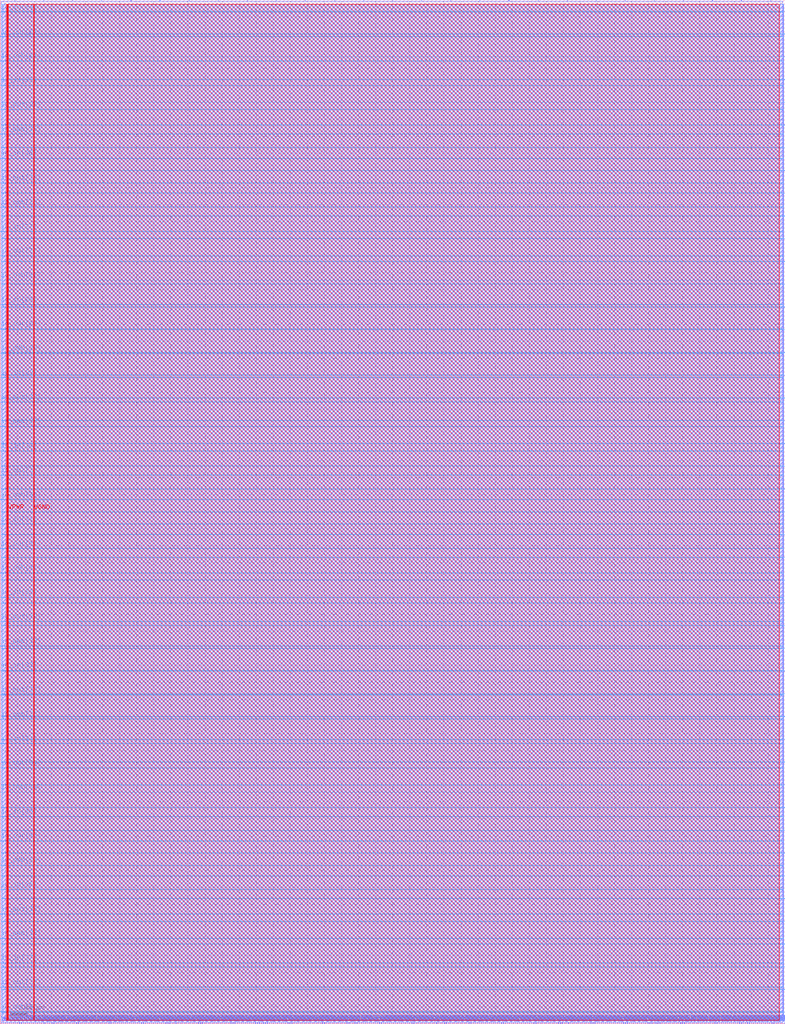
<source format=lef>
VERSION 5.7 ;
  NOWIREEXTENSIONATPIN ON ;
  DIVIDERCHAR "/" ;
  BUSBITCHARS "[]" ;
MACRO ghazi_top_dffram_csv
  CLASS BLOCK ;
  FOREIGN ghazi_top_dffram_csv ;
  ORIGIN 0.000 0.000 ;
  SIZE 2300.000 BY 3000.000 ;
  PIN io_in[0]
    DIRECTION INPUT ;
    PORT
      LAYER met3 ;
        RECT 2296.000 33.360 2300.000 33.960 ;
    END
  END io_in[0]
  PIN io_in[10]
    DIRECTION INPUT ;
    PORT
      LAYER met3 ;
        RECT 2296.000 2033.240 2300.000 2033.840 ;
    END
  END io_in[10]
  PIN io_in[11]
    DIRECTION INPUT ;
    PORT
      LAYER met3 ;
        RECT 2296.000 2233.160 2300.000 2233.760 ;
    END
  END io_in[11]
  PIN io_in[12]
    DIRECTION INPUT ;
    PORT
      LAYER met3 ;
        RECT 2296.000 2433.080 2300.000 2433.680 ;
    END
  END io_in[12]
  PIN io_in[13]
    DIRECTION INPUT ;
    PORT
      LAYER met3 ;
        RECT 2296.000 2633.000 2300.000 2633.600 ;
    END
  END io_in[13]
  PIN io_in[14]
    DIRECTION INPUT ;
    PORT
      LAYER met3 ;
        RECT 2296.000 2832.920 2300.000 2833.520 ;
    END
  END io_in[14]
  PIN io_in[15]
    DIRECTION INPUT ;
    PORT
      LAYER met2 ;
        RECT 2256.850 2996.000 2257.130 3000.000 ;
    END
  END io_in[15]
  PIN io_in[16]
    DIRECTION INPUT ;
    PORT
      LAYER met2 ;
        RECT 2001.550 2996.000 2001.830 3000.000 ;
    END
  END io_in[16]
  PIN io_in[17]
    DIRECTION INPUT ;
    PORT
      LAYER met2 ;
        RECT 1745.790 2996.000 1746.070 3000.000 ;
    END
  END io_in[17]
  PIN io_in[18]
    DIRECTION INPUT ;
    PORT
      LAYER met2 ;
        RECT 1490.490 2996.000 1490.770 3000.000 ;
    END
  END io_in[18]
  PIN io_in[19]
    DIRECTION INPUT ;
    PORT
      LAYER met2 ;
        RECT 1234.730 2996.000 1235.010 3000.000 ;
    END
  END io_in[19]
  PIN io_in[1]
    DIRECTION INPUT ;
    PORT
      LAYER met3 ;
        RECT 2296.000 233.280 2300.000 233.880 ;
    END
  END io_in[1]
  PIN io_in[20]
    DIRECTION INPUT ;
    PORT
      LAYER met2 ;
        RECT 979.430 2996.000 979.710 3000.000 ;
    END
  END io_in[20]
  PIN io_in[21]
    DIRECTION INPUT ;
    PORT
      LAYER met2 ;
        RECT 723.670 2996.000 723.950 3000.000 ;
    END
  END io_in[21]
  PIN io_in[22]
    DIRECTION INPUT ;
    PORT
      LAYER met2 ;
        RECT 467.910 2996.000 468.190 3000.000 ;
    END
  END io_in[22]
  PIN io_in[23]
    DIRECTION INPUT ;
    PORT
      LAYER met2 ;
        RECT 212.610 2996.000 212.890 3000.000 ;
    END
  END io_in[23]
  PIN io_in[24]
    DIRECTION INPUT ;
    PORT
      LAYER met3 ;
        RECT 0.000 2963.480 4.000 2964.080 ;
    END
  END io_in[24]
  PIN io_in[25]
    DIRECTION INPUT ;
    PORT
      LAYER met3 ;
        RECT 0.000 2749.280 4.000 2749.880 ;
    END
  END io_in[25]
  PIN io_in[26]
    DIRECTION INPUT ;
    PORT
      LAYER met3 ;
        RECT 0.000 2535.080 4.000 2535.680 ;
    END
  END io_in[26]
  PIN io_in[27]
    DIRECTION INPUT ;
    PORT
      LAYER met3 ;
        RECT 0.000 2320.880 4.000 2321.480 ;
    END
  END io_in[27]
  PIN io_in[28]
    DIRECTION INPUT ;
    PORT
      LAYER met3 ;
        RECT 0.000 2106.680 4.000 2107.280 ;
    END
  END io_in[28]
  PIN io_in[29]
    DIRECTION INPUT ;
    PORT
      LAYER met3 ;
        RECT 0.000 1892.480 4.000 1893.080 ;
    END
  END io_in[29]
  PIN io_in[2]
    DIRECTION INPUT ;
    PORT
      LAYER met3 ;
        RECT 2296.000 433.200 2300.000 433.800 ;
    END
  END io_in[2]
  PIN io_in[30]
    DIRECTION INPUT ;
    PORT
      LAYER met3 ;
        RECT 0.000 1678.280 4.000 1678.880 ;
    END
  END io_in[30]
  PIN io_in[31]
    DIRECTION INPUT ;
    PORT
      LAYER met3 ;
        RECT 0.000 1463.400 4.000 1464.000 ;
    END
  END io_in[31]
  PIN io_in[32]
    DIRECTION INPUT ;
    PORT
      LAYER met3 ;
        RECT 0.000 1249.200 4.000 1249.800 ;
    END
  END io_in[32]
  PIN io_in[33]
    DIRECTION INPUT ;
    PORT
      LAYER met3 ;
        RECT 0.000 1035.000 4.000 1035.600 ;
    END
  END io_in[33]
  PIN io_in[34]
    DIRECTION INPUT ;
    PORT
      LAYER met3 ;
        RECT 0.000 820.800 4.000 821.400 ;
    END
  END io_in[34]
  PIN io_in[35]
    DIRECTION INPUT ;
    PORT
      LAYER met3 ;
        RECT 0.000 606.600 4.000 607.200 ;
    END
  END io_in[35]
  PIN io_in[36]
    DIRECTION INPUT ;
    PORT
      LAYER met3 ;
        RECT 0.000 392.400 4.000 393.000 ;
    END
  END io_in[36]
  PIN io_in[37]
    DIRECTION INPUT ;
    PORT
      LAYER met3 ;
        RECT 0.000 178.200 4.000 178.800 ;
    END
  END io_in[37]
  PIN io_in[3]
    DIRECTION INPUT ;
    PORT
      LAYER met3 ;
        RECT 2296.000 633.120 2300.000 633.720 ;
    END
  END io_in[3]
  PIN io_in[4]
    DIRECTION INPUT ;
    PORT
      LAYER met3 ;
        RECT 2296.000 833.040 2300.000 833.640 ;
    END
  END io_in[4]
  PIN io_in[5]
    DIRECTION INPUT ;
    PORT
      LAYER met3 ;
        RECT 2296.000 1032.960 2300.000 1033.560 ;
    END
  END io_in[5]
  PIN io_in[6]
    DIRECTION INPUT ;
    PORT
      LAYER met3 ;
        RECT 2296.000 1232.880 2300.000 1233.480 ;
    END
  END io_in[6]
  PIN io_in[7]
    DIRECTION INPUT ;
    PORT
      LAYER met3 ;
        RECT 2296.000 1432.800 2300.000 1433.400 ;
    END
  END io_in[7]
  PIN io_in[8]
    DIRECTION INPUT ;
    PORT
      LAYER met3 ;
        RECT 2296.000 1633.400 2300.000 1634.000 ;
    END
  END io_in[8]
  PIN io_in[9]
    DIRECTION INPUT ;
    PORT
      LAYER met3 ;
        RECT 2296.000 1833.320 2300.000 1833.920 ;
    END
  END io_in[9]
  PIN io_oeb[0]
    DIRECTION OUTPUT TRISTATE ;
    PORT
      LAYER met3 ;
        RECT 2296.000 166.640 2300.000 167.240 ;
    END
  END io_oeb[0]
  PIN io_oeb[10]
    DIRECTION OUTPUT TRISTATE ;
    PORT
      LAYER met3 ;
        RECT 2296.000 2166.520 2300.000 2167.120 ;
    END
  END io_oeb[10]
  PIN io_oeb[11]
    DIRECTION OUTPUT TRISTATE ;
    PORT
      LAYER met3 ;
        RECT 2296.000 2366.440 2300.000 2367.040 ;
    END
  END io_oeb[11]
  PIN io_oeb[12]
    DIRECTION OUTPUT TRISTATE ;
    PORT
      LAYER met3 ;
        RECT 2296.000 2566.360 2300.000 2566.960 ;
    END
  END io_oeb[12]
  PIN io_oeb[13]
    DIRECTION OUTPUT TRISTATE ;
    PORT
      LAYER met3 ;
        RECT 2296.000 2766.280 2300.000 2766.880 ;
    END
  END io_oeb[13]
  PIN io_oeb[14]
    DIRECTION OUTPUT TRISTATE ;
    PORT
      LAYER met3 ;
        RECT 2296.000 2966.200 2300.000 2966.800 ;
    END
  END io_oeb[14]
  PIN io_oeb[15]
    DIRECTION OUTPUT TRISTATE ;
    PORT
      LAYER met2 ;
        RECT 2086.650 2996.000 2086.930 3000.000 ;
    END
  END io_oeb[15]
  PIN io_oeb[16]
    DIRECTION OUTPUT TRISTATE ;
    PORT
      LAYER met2 ;
        RECT 1830.890 2996.000 1831.170 3000.000 ;
    END
  END io_oeb[16]
  PIN io_oeb[17]
    DIRECTION OUTPUT TRISTATE ;
    PORT
      LAYER met2 ;
        RECT 1575.590 2996.000 1575.870 3000.000 ;
    END
  END io_oeb[17]
  PIN io_oeb[18]
    DIRECTION OUTPUT TRISTATE ;
    PORT
      LAYER met2 ;
        RECT 1319.830 2996.000 1320.110 3000.000 ;
    END
  END io_oeb[18]
  PIN io_oeb[19]
    DIRECTION OUTPUT TRISTATE ;
    PORT
      LAYER met2 ;
        RECT 1064.530 2996.000 1064.810 3000.000 ;
    END
  END io_oeb[19]
  PIN io_oeb[1]
    DIRECTION OUTPUT TRISTATE ;
    PORT
      LAYER met3 ;
        RECT 2296.000 366.560 2300.000 367.160 ;
    END
  END io_oeb[1]
  PIN io_oeb[20]
    DIRECTION OUTPUT TRISTATE ;
    PORT
      LAYER met2 ;
        RECT 808.770 2996.000 809.050 3000.000 ;
    END
  END io_oeb[20]
  PIN io_oeb[21]
    DIRECTION OUTPUT TRISTATE ;
    PORT
      LAYER met2 ;
        RECT 553.470 2996.000 553.750 3000.000 ;
    END
  END io_oeb[21]
  PIN io_oeb[22]
    DIRECTION OUTPUT TRISTATE ;
    PORT
      LAYER met2 ;
        RECT 297.710 2996.000 297.990 3000.000 ;
    END
  END io_oeb[22]
  PIN io_oeb[23]
    DIRECTION OUTPUT TRISTATE ;
    PORT
      LAYER met2 ;
        RECT 42.410 2996.000 42.690 3000.000 ;
    END
  END io_oeb[23]
  PIN io_oeb[24]
    DIRECTION OUTPUT TRISTATE ;
    PORT
      LAYER met3 ;
        RECT 0.000 2820.680 4.000 2821.280 ;
    END
  END io_oeb[24]
  PIN io_oeb[25]
    DIRECTION OUTPUT TRISTATE ;
    PORT
      LAYER met3 ;
        RECT 0.000 2606.480 4.000 2607.080 ;
    END
  END io_oeb[25]
  PIN io_oeb[26]
    DIRECTION OUTPUT TRISTATE ;
    PORT
      LAYER met3 ;
        RECT 0.000 2392.280 4.000 2392.880 ;
    END
  END io_oeb[26]
  PIN io_oeb[27]
    DIRECTION OUTPUT TRISTATE ;
    PORT
      LAYER met3 ;
        RECT 0.000 2178.080 4.000 2178.680 ;
    END
  END io_oeb[27]
  PIN io_oeb[28]
    DIRECTION OUTPUT TRISTATE ;
    PORT
      LAYER met3 ;
        RECT 0.000 1963.880 4.000 1964.480 ;
    END
  END io_oeb[28]
  PIN io_oeb[29]
    DIRECTION OUTPUT TRISTATE ;
    PORT
      LAYER met3 ;
        RECT 0.000 1749.680 4.000 1750.280 ;
    END
  END io_oeb[29]
  PIN io_oeb[2]
    DIRECTION OUTPUT TRISTATE ;
    PORT
      LAYER met3 ;
        RECT 2296.000 566.480 2300.000 567.080 ;
    END
  END io_oeb[2]
  PIN io_oeb[30]
    DIRECTION OUTPUT TRISTATE ;
    PORT
      LAYER met3 ;
        RECT 0.000 1535.480 4.000 1536.080 ;
    END
  END io_oeb[30]
  PIN io_oeb[31]
    DIRECTION OUTPUT TRISTATE ;
    PORT
      LAYER met3 ;
        RECT 0.000 1320.600 4.000 1321.200 ;
    END
  END io_oeb[31]
  PIN io_oeb[32]
    DIRECTION OUTPUT TRISTATE ;
    PORT
      LAYER met3 ;
        RECT 0.000 1106.400 4.000 1107.000 ;
    END
  END io_oeb[32]
  PIN io_oeb[33]
    DIRECTION OUTPUT TRISTATE ;
    PORT
      LAYER met3 ;
        RECT 0.000 892.200 4.000 892.800 ;
    END
  END io_oeb[33]
  PIN io_oeb[34]
    DIRECTION OUTPUT TRISTATE ;
    PORT
      LAYER met3 ;
        RECT 0.000 678.000 4.000 678.600 ;
    END
  END io_oeb[34]
  PIN io_oeb[35]
    DIRECTION OUTPUT TRISTATE ;
    PORT
      LAYER met3 ;
        RECT 0.000 463.800 4.000 464.400 ;
    END
  END io_oeb[35]
  PIN io_oeb[36]
    DIRECTION OUTPUT TRISTATE ;
    PORT
      LAYER met3 ;
        RECT 0.000 249.600 4.000 250.200 ;
    END
  END io_oeb[36]
  PIN io_oeb[37]
    DIRECTION OUTPUT TRISTATE ;
    PORT
      LAYER met3 ;
        RECT 0.000 35.400 4.000 36.000 ;
    END
  END io_oeb[37]
  PIN io_oeb[3]
    DIRECTION OUTPUT TRISTATE ;
    PORT
      LAYER met3 ;
        RECT 2296.000 766.400 2300.000 767.000 ;
    END
  END io_oeb[3]
  PIN io_oeb[4]
    DIRECTION OUTPUT TRISTATE ;
    PORT
      LAYER met3 ;
        RECT 2296.000 966.320 2300.000 966.920 ;
    END
  END io_oeb[4]
  PIN io_oeb[5]
    DIRECTION OUTPUT TRISTATE ;
    PORT
      LAYER met3 ;
        RECT 2296.000 1166.240 2300.000 1166.840 ;
    END
  END io_oeb[5]
  PIN io_oeb[6]
    DIRECTION OUTPUT TRISTATE ;
    PORT
      LAYER met3 ;
        RECT 2296.000 1366.160 2300.000 1366.760 ;
    END
  END io_oeb[6]
  PIN io_oeb[7]
    DIRECTION OUTPUT TRISTATE ;
    PORT
      LAYER met3 ;
        RECT 2296.000 1566.760 2300.000 1567.360 ;
    END
  END io_oeb[7]
  PIN io_oeb[8]
    DIRECTION OUTPUT TRISTATE ;
    PORT
      LAYER met3 ;
        RECT 2296.000 1766.680 2300.000 1767.280 ;
    END
  END io_oeb[8]
  PIN io_oeb[9]
    DIRECTION OUTPUT TRISTATE ;
    PORT
      LAYER met3 ;
        RECT 2296.000 1966.600 2300.000 1967.200 ;
    END
  END io_oeb[9]
  PIN io_out[0]
    DIRECTION OUTPUT TRISTATE ;
    PORT
      LAYER met3 ;
        RECT 2296.000 100.000 2300.000 100.600 ;
    END
  END io_out[0]
  PIN io_out[10]
    DIRECTION OUTPUT TRISTATE ;
    PORT
      LAYER met3 ;
        RECT 2296.000 2099.880 2300.000 2100.480 ;
    END
  END io_out[10]
  PIN io_out[11]
    DIRECTION OUTPUT TRISTATE ;
    PORT
      LAYER met3 ;
        RECT 2296.000 2299.800 2300.000 2300.400 ;
    END
  END io_out[11]
  PIN io_out[12]
    DIRECTION OUTPUT TRISTATE ;
    PORT
      LAYER met3 ;
        RECT 2296.000 2499.720 2300.000 2500.320 ;
    END
  END io_out[12]
  PIN io_out[13]
    DIRECTION OUTPUT TRISTATE ;
    PORT
      LAYER met3 ;
        RECT 2296.000 2699.640 2300.000 2700.240 ;
    END
  END io_out[13]
  PIN io_out[14]
    DIRECTION OUTPUT TRISTATE ;
    PORT
      LAYER met3 ;
        RECT 2296.000 2899.560 2300.000 2900.160 ;
    END
  END io_out[14]
  PIN io_out[15]
    DIRECTION OUTPUT TRISTATE ;
    PORT
      LAYER met2 ;
        RECT 2171.750 2996.000 2172.030 3000.000 ;
    END
  END io_out[15]
  PIN io_out[16]
    DIRECTION OUTPUT TRISTATE ;
    PORT
      LAYER met2 ;
        RECT 1916.450 2996.000 1916.730 3000.000 ;
    END
  END io_out[16]
  PIN io_out[17]
    DIRECTION OUTPUT TRISTATE ;
    PORT
      LAYER met2 ;
        RECT 1660.690 2996.000 1660.970 3000.000 ;
    END
  END io_out[17]
  PIN io_out[18]
    DIRECTION OUTPUT TRISTATE ;
    PORT
      LAYER met2 ;
        RECT 1404.930 2996.000 1405.210 3000.000 ;
    END
  END io_out[18]
  PIN io_out[19]
    DIRECTION OUTPUT TRISTATE ;
    PORT
      LAYER met2 ;
        RECT 1149.630 2996.000 1149.910 3000.000 ;
    END
  END io_out[19]
  PIN io_out[1]
    DIRECTION OUTPUT TRISTATE ;
    PORT
      LAYER met3 ;
        RECT 2296.000 299.920 2300.000 300.520 ;
    END
  END io_out[1]
  PIN io_out[20]
    DIRECTION OUTPUT TRISTATE ;
    PORT
      LAYER met2 ;
        RECT 893.870 2996.000 894.150 3000.000 ;
    END
  END io_out[20]
  PIN io_out[21]
    DIRECTION OUTPUT TRISTATE ;
    PORT
      LAYER met2 ;
        RECT 638.570 2996.000 638.850 3000.000 ;
    END
  END io_out[21]
  PIN io_out[22]
    DIRECTION OUTPUT TRISTATE ;
    PORT
      LAYER met2 ;
        RECT 382.810 2996.000 383.090 3000.000 ;
    END
  END io_out[22]
  PIN io_out[23]
    DIRECTION OUTPUT TRISTATE ;
    PORT
      LAYER met2 ;
        RECT 127.510 2996.000 127.790 3000.000 ;
    END
  END io_out[23]
  PIN io_out[24]
    DIRECTION OUTPUT TRISTATE ;
    PORT
      LAYER met3 ;
        RECT 0.000 2892.080 4.000 2892.680 ;
    END
  END io_out[24]
  PIN io_out[25]
    DIRECTION OUTPUT TRISTATE ;
    PORT
      LAYER met3 ;
        RECT 0.000 2677.880 4.000 2678.480 ;
    END
  END io_out[25]
  PIN io_out[26]
    DIRECTION OUTPUT TRISTATE ;
    PORT
      LAYER met3 ;
        RECT 0.000 2463.680 4.000 2464.280 ;
    END
  END io_out[26]
  PIN io_out[27]
    DIRECTION OUTPUT TRISTATE ;
    PORT
      LAYER met3 ;
        RECT 0.000 2249.480 4.000 2250.080 ;
    END
  END io_out[27]
  PIN io_out[28]
    DIRECTION OUTPUT TRISTATE ;
    PORT
      LAYER met3 ;
        RECT 0.000 2035.280 4.000 2035.880 ;
    END
  END io_out[28]
  PIN io_out[29]
    DIRECTION OUTPUT TRISTATE ;
    PORT
      LAYER met3 ;
        RECT 0.000 1821.080 4.000 1821.680 ;
    END
  END io_out[29]
  PIN io_out[2]
    DIRECTION OUTPUT TRISTATE ;
    PORT
      LAYER met3 ;
        RECT 2296.000 499.840 2300.000 500.440 ;
    END
  END io_out[2]
  PIN io_out[30]
    DIRECTION OUTPUT TRISTATE ;
    PORT
      LAYER met3 ;
        RECT 0.000 1606.880 4.000 1607.480 ;
    END
  END io_out[30]
  PIN io_out[31]
    DIRECTION OUTPUT TRISTATE ;
    PORT
      LAYER met3 ;
        RECT 0.000 1392.000 4.000 1392.600 ;
    END
  END io_out[31]
  PIN io_out[32]
    DIRECTION OUTPUT TRISTATE ;
    PORT
      LAYER met3 ;
        RECT 0.000 1177.800 4.000 1178.400 ;
    END
  END io_out[32]
  PIN io_out[33]
    DIRECTION OUTPUT TRISTATE ;
    PORT
      LAYER met3 ;
        RECT 0.000 963.600 4.000 964.200 ;
    END
  END io_out[33]
  PIN io_out[34]
    DIRECTION OUTPUT TRISTATE ;
    PORT
      LAYER met3 ;
        RECT 0.000 749.400 4.000 750.000 ;
    END
  END io_out[34]
  PIN io_out[35]
    DIRECTION OUTPUT TRISTATE ;
    PORT
      LAYER met3 ;
        RECT 0.000 535.200 4.000 535.800 ;
    END
  END io_out[35]
  PIN io_out[36]
    DIRECTION OUTPUT TRISTATE ;
    PORT
      LAYER met3 ;
        RECT 0.000 321.000 4.000 321.600 ;
    END
  END io_out[36]
  PIN io_out[37]
    DIRECTION OUTPUT TRISTATE ;
    PORT
      LAYER met3 ;
        RECT 0.000 106.800 4.000 107.400 ;
    END
  END io_out[37]
  PIN io_out[3]
    DIRECTION OUTPUT TRISTATE ;
    PORT
      LAYER met3 ;
        RECT 2296.000 699.760 2300.000 700.360 ;
    END
  END io_out[3]
  PIN io_out[4]
    DIRECTION OUTPUT TRISTATE ;
    PORT
      LAYER met3 ;
        RECT 2296.000 899.680 2300.000 900.280 ;
    END
  END io_out[4]
  PIN io_out[5]
    DIRECTION OUTPUT TRISTATE ;
    PORT
      LAYER met3 ;
        RECT 2296.000 1099.600 2300.000 1100.200 ;
    END
  END io_out[5]
  PIN io_out[6]
    DIRECTION OUTPUT TRISTATE ;
    PORT
      LAYER met3 ;
        RECT 2296.000 1299.520 2300.000 1300.120 ;
    END
  END io_out[6]
  PIN io_out[7]
    DIRECTION OUTPUT TRISTATE ;
    PORT
      LAYER met3 ;
        RECT 2296.000 1499.440 2300.000 1500.040 ;
    END
  END io_out[7]
  PIN io_out[8]
    DIRECTION OUTPUT TRISTATE ;
    PORT
      LAYER met3 ;
        RECT 2296.000 1700.040 2300.000 1700.640 ;
    END
  END io_out[8]
  PIN io_out[9]
    DIRECTION OUTPUT TRISTATE ;
    PORT
      LAYER met3 ;
        RECT 2296.000 1899.960 2300.000 1900.560 ;
    END
  END io_out[9]
  PIN la_data_in[0]
    DIRECTION INPUT ;
    PORT
      LAYER met2 ;
        RECT 14.350 0.000 14.630 4.000 ;
    END
  END la_data_in[0]
  PIN la_data_in[100]
    DIRECTION INPUT ;
    PORT
      LAYER met2 ;
        RECT 1801.910 0.000 1802.190 4.000 ;
    END
  END la_data_in[100]
  PIN la_data_in[101]
    DIRECTION INPUT ;
    PORT
      LAYER met2 ;
        RECT 1819.850 0.000 1820.130 4.000 ;
    END
  END la_data_in[101]
  PIN la_data_in[102]
    DIRECTION INPUT ;
    PORT
      LAYER met2 ;
        RECT 1837.790 0.000 1838.070 4.000 ;
    END
  END la_data_in[102]
  PIN la_data_in[103]
    DIRECTION INPUT ;
    PORT
      LAYER met2 ;
        RECT 1855.730 0.000 1856.010 4.000 ;
    END
  END la_data_in[103]
  PIN la_data_in[104]
    DIRECTION INPUT ;
    PORT
      LAYER met2 ;
        RECT 1873.670 0.000 1873.950 4.000 ;
    END
  END la_data_in[104]
  PIN la_data_in[105]
    DIRECTION INPUT ;
    PORT
      LAYER met2 ;
        RECT 1891.610 0.000 1891.890 4.000 ;
    END
  END la_data_in[105]
  PIN la_data_in[106]
    DIRECTION INPUT ;
    PORT
      LAYER met2 ;
        RECT 1909.550 0.000 1909.830 4.000 ;
    END
  END la_data_in[106]
  PIN la_data_in[107]
    DIRECTION INPUT ;
    PORT
      LAYER met2 ;
        RECT 1927.030 0.000 1927.310 4.000 ;
    END
  END la_data_in[107]
  PIN la_data_in[108]
    DIRECTION INPUT ;
    PORT
      LAYER met2 ;
        RECT 1944.970 0.000 1945.250 4.000 ;
    END
  END la_data_in[108]
  PIN la_data_in[109]
    DIRECTION INPUT ;
    PORT
      LAYER met2 ;
        RECT 1962.910 0.000 1963.190 4.000 ;
    END
  END la_data_in[109]
  PIN la_data_in[10]
    DIRECTION INPUT ;
    PORT
      LAYER met2 ;
        RECT 193.290 0.000 193.570 4.000 ;
    END
  END la_data_in[10]
  PIN la_data_in[110]
    DIRECTION INPUT ;
    PORT
      LAYER met2 ;
        RECT 1980.850 0.000 1981.130 4.000 ;
    END
  END la_data_in[110]
  PIN la_data_in[111]
    DIRECTION INPUT ;
    PORT
      LAYER met2 ;
        RECT 1998.790 0.000 1999.070 4.000 ;
    END
  END la_data_in[111]
  PIN la_data_in[112]
    DIRECTION INPUT ;
    PORT
      LAYER met2 ;
        RECT 2016.730 0.000 2017.010 4.000 ;
    END
  END la_data_in[112]
  PIN la_data_in[113]
    DIRECTION INPUT ;
    PORT
      LAYER met2 ;
        RECT 2034.670 0.000 2034.950 4.000 ;
    END
  END la_data_in[113]
  PIN la_data_in[114]
    DIRECTION INPUT ;
    PORT
      LAYER met2 ;
        RECT 2052.150 0.000 2052.430 4.000 ;
    END
  END la_data_in[114]
  PIN la_data_in[115]
    DIRECTION INPUT ;
    PORT
      LAYER met2 ;
        RECT 2070.090 0.000 2070.370 4.000 ;
    END
  END la_data_in[115]
  PIN la_data_in[116]
    DIRECTION INPUT ;
    PORT
      LAYER met2 ;
        RECT 2088.030 0.000 2088.310 4.000 ;
    END
  END la_data_in[116]
  PIN la_data_in[117]
    DIRECTION INPUT ;
    PORT
      LAYER met2 ;
        RECT 2105.970 0.000 2106.250 4.000 ;
    END
  END la_data_in[117]
  PIN la_data_in[118]
    DIRECTION INPUT ;
    PORT
      LAYER met2 ;
        RECT 2123.910 0.000 2124.190 4.000 ;
    END
  END la_data_in[118]
  PIN la_data_in[119]
    DIRECTION INPUT ;
    PORT
      LAYER met2 ;
        RECT 2141.850 0.000 2142.130 4.000 ;
    END
  END la_data_in[119]
  PIN la_data_in[11]
    DIRECTION INPUT ;
    PORT
      LAYER met2 ;
        RECT 211.230 0.000 211.510 4.000 ;
    END
  END la_data_in[11]
  PIN la_data_in[120]
    DIRECTION INPUT ;
    PORT
      LAYER met2 ;
        RECT 2159.790 0.000 2160.070 4.000 ;
    END
  END la_data_in[120]
  PIN la_data_in[121]
    DIRECTION INPUT ;
    PORT
      LAYER met2 ;
        RECT 2177.270 0.000 2177.550 4.000 ;
    END
  END la_data_in[121]
  PIN la_data_in[122]
    DIRECTION INPUT ;
    PORT
      LAYER met2 ;
        RECT 2195.210 0.000 2195.490 4.000 ;
    END
  END la_data_in[122]
  PIN la_data_in[123]
    DIRECTION INPUT ;
    PORT
      LAYER met2 ;
        RECT 2213.150 0.000 2213.430 4.000 ;
    END
  END la_data_in[123]
  PIN la_data_in[124]
    DIRECTION INPUT ;
    PORT
      LAYER met2 ;
        RECT 2231.090 0.000 2231.370 4.000 ;
    END
  END la_data_in[124]
  PIN la_data_in[125]
    DIRECTION INPUT ;
    PORT
      LAYER met2 ;
        RECT 2249.030 0.000 2249.310 4.000 ;
    END
  END la_data_in[125]
  PIN la_data_in[126]
    DIRECTION INPUT ;
    PORT
      LAYER met2 ;
        RECT 2266.970 0.000 2267.250 4.000 ;
    END
  END la_data_in[126]
  PIN la_data_in[127]
    DIRECTION INPUT ;
    PORT
      LAYER met2 ;
        RECT 2284.910 0.000 2285.190 4.000 ;
    END
  END la_data_in[127]
  PIN la_data_in[12]
    DIRECTION INPUT ;
    PORT
      LAYER met2 ;
        RECT 229.170 0.000 229.450 4.000 ;
    END
  END la_data_in[12]
  PIN la_data_in[13]
    DIRECTION INPUT ;
    PORT
      LAYER met2 ;
        RECT 247.110 0.000 247.390 4.000 ;
    END
  END la_data_in[13]
  PIN la_data_in[14]
    DIRECTION INPUT ;
    PORT
      LAYER met2 ;
        RECT 264.590 0.000 264.870 4.000 ;
    END
  END la_data_in[14]
  PIN la_data_in[15]
    DIRECTION INPUT ;
    PORT
      LAYER met2 ;
        RECT 282.530 0.000 282.810 4.000 ;
    END
  END la_data_in[15]
  PIN la_data_in[16]
    DIRECTION INPUT ;
    PORT
      LAYER met2 ;
        RECT 300.470 0.000 300.750 4.000 ;
    END
  END la_data_in[16]
  PIN la_data_in[17]
    DIRECTION INPUT ;
    PORT
      LAYER met2 ;
        RECT 318.410 0.000 318.690 4.000 ;
    END
  END la_data_in[17]
  PIN la_data_in[18]
    DIRECTION INPUT ;
    PORT
      LAYER met2 ;
        RECT 336.350 0.000 336.630 4.000 ;
    END
  END la_data_in[18]
  PIN la_data_in[19]
    DIRECTION INPUT ;
    PORT
      LAYER met2 ;
        RECT 354.290 0.000 354.570 4.000 ;
    END
  END la_data_in[19]
  PIN la_data_in[1]
    DIRECTION INPUT ;
    PORT
      LAYER met2 ;
        RECT 32.290 0.000 32.570 4.000 ;
    END
  END la_data_in[1]
  PIN la_data_in[20]
    DIRECTION INPUT ;
    PORT
      LAYER met2 ;
        RECT 372.230 0.000 372.510 4.000 ;
    END
  END la_data_in[20]
  PIN la_data_in[21]
    DIRECTION INPUT ;
    PORT
      LAYER met2 ;
        RECT 389.710 0.000 389.990 4.000 ;
    END
  END la_data_in[21]
  PIN la_data_in[22]
    DIRECTION INPUT ;
    PORT
      LAYER met2 ;
        RECT 407.650 0.000 407.930 4.000 ;
    END
  END la_data_in[22]
  PIN la_data_in[23]
    DIRECTION INPUT ;
    PORT
      LAYER met2 ;
        RECT 425.590 0.000 425.870 4.000 ;
    END
  END la_data_in[23]
  PIN la_data_in[24]
    DIRECTION INPUT ;
    PORT
      LAYER met2 ;
        RECT 443.530 0.000 443.810 4.000 ;
    END
  END la_data_in[24]
  PIN la_data_in[25]
    DIRECTION INPUT ;
    PORT
      LAYER met2 ;
        RECT 461.470 0.000 461.750 4.000 ;
    END
  END la_data_in[25]
  PIN la_data_in[26]
    DIRECTION INPUT ;
    PORT
      LAYER met2 ;
        RECT 479.410 0.000 479.690 4.000 ;
    END
  END la_data_in[26]
  PIN la_data_in[27]
    DIRECTION INPUT ;
    PORT
      LAYER met2 ;
        RECT 497.350 0.000 497.630 4.000 ;
    END
  END la_data_in[27]
  PIN la_data_in[28]
    DIRECTION INPUT ;
    PORT
      LAYER met2 ;
        RECT 514.830 0.000 515.110 4.000 ;
    END
  END la_data_in[28]
  PIN la_data_in[29]
    DIRECTION INPUT ;
    PORT
      LAYER met2 ;
        RECT 532.770 0.000 533.050 4.000 ;
    END
  END la_data_in[29]
  PIN la_data_in[2]
    DIRECTION INPUT ;
    PORT
      LAYER met2 ;
        RECT 50.230 0.000 50.510 4.000 ;
    END
  END la_data_in[2]
  PIN la_data_in[30]
    DIRECTION INPUT ;
    PORT
      LAYER met2 ;
        RECT 550.710 0.000 550.990 4.000 ;
    END
  END la_data_in[30]
  PIN la_data_in[31]
    DIRECTION INPUT ;
    PORT
      LAYER met2 ;
        RECT 568.650 0.000 568.930 4.000 ;
    END
  END la_data_in[31]
  PIN la_data_in[32]
    DIRECTION INPUT ;
    PORT
      LAYER met2 ;
        RECT 586.590 0.000 586.870 4.000 ;
    END
  END la_data_in[32]
  PIN la_data_in[33]
    DIRECTION INPUT ;
    PORT
      LAYER met2 ;
        RECT 604.530 0.000 604.810 4.000 ;
    END
  END la_data_in[33]
  PIN la_data_in[34]
    DIRECTION INPUT ;
    PORT
      LAYER met2 ;
        RECT 622.470 0.000 622.750 4.000 ;
    END
  END la_data_in[34]
  PIN la_data_in[35]
    DIRECTION INPUT ;
    PORT
      LAYER met2 ;
        RECT 640.410 0.000 640.690 4.000 ;
    END
  END la_data_in[35]
  PIN la_data_in[36]
    DIRECTION INPUT ;
    PORT
      LAYER met2 ;
        RECT 657.890 0.000 658.170 4.000 ;
    END
  END la_data_in[36]
  PIN la_data_in[37]
    DIRECTION INPUT ;
    PORT
      LAYER met2 ;
        RECT 675.830 0.000 676.110 4.000 ;
    END
  END la_data_in[37]
  PIN la_data_in[38]
    DIRECTION INPUT ;
    PORT
      LAYER met2 ;
        RECT 693.770 0.000 694.050 4.000 ;
    END
  END la_data_in[38]
  PIN la_data_in[39]
    DIRECTION INPUT ;
    PORT
      LAYER met2 ;
        RECT 711.710 0.000 711.990 4.000 ;
    END
  END la_data_in[39]
  PIN la_data_in[3]
    DIRECTION INPUT ;
    PORT
      LAYER met2 ;
        RECT 68.170 0.000 68.450 4.000 ;
    END
  END la_data_in[3]
  PIN la_data_in[40]
    DIRECTION INPUT ;
    PORT
      LAYER met2 ;
        RECT 729.650 0.000 729.930 4.000 ;
    END
  END la_data_in[40]
  PIN la_data_in[41]
    DIRECTION INPUT ;
    PORT
      LAYER met2 ;
        RECT 747.590 0.000 747.870 4.000 ;
    END
  END la_data_in[41]
  PIN la_data_in[42]
    DIRECTION INPUT ;
    PORT
      LAYER met2 ;
        RECT 765.530 0.000 765.810 4.000 ;
    END
  END la_data_in[42]
  PIN la_data_in[43]
    DIRECTION INPUT ;
    PORT
      LAYER met2 ;
        RECT 783.010 0.000 783.290 4.000 ;
    END
  END la_data_in[43]
  PIN la_data_in[44]
    DIRECTION INPUT ;
    PORT
      LAYER met2 ;
        RECT 800.950 0.000 801.230 4.000 ;
    END
  END la_data_in[44]
  PIN la_data_in[45]
    DIRECTION INPUT ;
    PORT
      LAYER met2 ;
        RECT 818.890 0.000 819.170 4.000 ;
    END
  END la_data_in[45]
  PIN la_data_in[46]
    DIRECTION INPUT ;
    PORT
      LAYER met2 ;
        RECT 836.830 0.000 837.110 4.000 ;
    END
  END la_data_in[46]
  PIN la_data_in[47]
    DIRECTION INPUT ;
    PORT
      LAYER met2 ;
        RECT 854.770 0.000 855.050 4.000 ;
    END
  END la_data_in[47]
  PIN la_data_in[48]
    DIRECTION INPUT ;
    PORT
      LAYER met2 ;
        RECT 872.710 0.000 872.990 4.000 ;
    END
  END la_data_in[48]
  PIN la_data_in[49]
    DIRECTION INPUT ;
    PORT
      LAYER met2 ;
        RECT 890.650 0.000 890.930 4.000 ;
    END
  END la_data_in[49]
  PIN la_data_in[4]
    DIRECTION INPUT ;
    PORT
      LAYER met2 ;
        RECT 86.110 0.000 86.390 4.000 ;
    END
  END la_data_in[4]
  PIN la_data_in[50]
    DIRECTION INPUT ;
    PORT
      LAYER met2 ;
        RECT 908.130 0.000 908.410 4.000 ;
    END
  END la_data_in[50]
  PIN la_data_in[51]
    DIRECTION INPUT ;
    PORT
      LAYER met2 ;
        RECT 926.070 0.000 926.350 4.000 ;
    END
  END la_data_in[51]
  PIN la_data_in[52]
    DIRECTION INPUT ;
    PORT
      LAYER met2 ;
        RECT 944.010 0.000 944.290 4.000 ;
    END
  END la_data_in[52]
  PIN la_data_in[53]
    DIRECTION INPUT ;
    PORT
      LAYER met2 ;
        RECT 961.950 0.000 962.230 4.000 ;
    END
  END la_data_in[53]
  PIN la_data_in[54]
    DIRECTION INPUT ;
    PORT
      LAYER met2 ;
        RECT 979.890 0.000 980.170 4.000 ;
    END
  END la_data_in[54]
  PIN la_data_in[55]
    DIRECTION INPUT ;
    PORT
      LAYER met2 ;
        RECT 997.830 0.000 998.110 4.000 ;
    END
  END la_data_in[55]
  PIN la_data_in[56]
    DIRECTION INPUT ;
    PORT
      LAYER met2 ;
        RECT 1015.770 0.000 1016.050 4.000 ;
    END
  END la_data_in[56]
  PIN la_data_in[57]
    DIRECTION INPUT ;
    PORT
      LAYER met2 ;
        RECT 1033.250 0.000 1033.530 4.000 ;
    END
  END la_data_in[57]
  PIN la_data_in[58]
    DIRECTION INPUT ;
    PORT
      LAYER met2 ;
        RECT 1051.190 0.000 1051.470 4.000 ;
    END
  END la_data_in[58]
  PIN la_data_in[59]
    DIRECTION INPUT ;
    PORT
      LAYER met2 ;
        RECT 1069.130 0.000 1069.410 4.000 ;
    END
  END la_data_in[59]
  PIN la_data_in[5]
    DIRECTION INPUT ;
    PORT
      LAYER met2 ;
        RECT 104.050 0.000 104.330 4.000 ;
    END
  END la_data_in[5]
  PIN la_data_in[60]
    DIRECTION INPUT ;
    PORT
      LAYER met2 ;
        RECT 1087.070 0.000 1087.350 4.000 ;
    END
  END la_data_in[60]
  PIN la_data_in[61]
    DIRECTION INPUT ;
    PORT
      LAYER met2 ;
        RECT 1105.010 0.000 1105.290 4.000 ;
    END
  END la_data_in[61]
  PIN la_data_in[62]
    DIRECTION INPUT ;
    PORT
      LAYER met2 ;
        RECT 1122.950 0.000 1123.230 4.000 ;
    END
  END la_data_in[62]
  PIN la_data_in[63]
    DIRECTION INPUT ;
    PORT
      LAYER met2 ;
        RECT 1140.890 0.000 1141.170 4.000 ;
    END
  END la_data_in[63]
  PIN la_data_in[64]
    DIRECTION INPUT ;
    PORT
      LAYER met2 ;
        RECT 1158.370 0.000 1158.650 4.000 ;
    END
  END la_data_in[64]
  PIN la_data_in[65]
    DIRECTION INPUT ;
    PORT
      LAYER met2 ;
        RECT 1176.310 0.000 1176.590 4.000 ;
    END
  END la_data_in[65]
  PIN la_data_in[66]
    DIRECTION INPUT ;
    PORT
      LAYER met2 ;
        RECT 1194.250 0.000 1194.530 4.000 ;
    END
  END la_data_in[66]
  PIN la_data_in[67]
    DIRECTION INPUT ;
    PORT
      LAYER met2 ;
        RECT 1212.190 0.000 1212.470 4.000 ;
    END
  END la_data_in[67]
  PIN la_data_in[68]
    DIRECTION INPUT ;
    PORT
      LAYER met2 ;
        RECT 1230.130 0.000 1230.410 4.000 ;
    END
  END la_data_in[68]
  PIN la_data_in[69]
    DIRECTION INPUT ;
    PORT
      LAYER met2 ;
        RECT 1248.070 0.000 1248.350 4.000 ;
    END
  END la_data_in[69]
  PIN la_data_in[6]
    DIRECTION INPUT ;
    PORT
      LAYER met2 ;
        RECT 121.990 0.000 122.270 4.000 ;
    END
  END la_data_in[6]
  PIN la_data_in[70]
    DIRECTION INPUT ;
    PORT
      LAYER met2 ;
        RECT 1266.010 0.000 1266.290 4.000 ;
    END
  END la_data_in[70]
  PIN la_data_in[71]
    DIRECTION INPUT ;
    PORT
      LAYER met2 ;
        RECT 1283.490 0.000 1283.770 4.000 ;
    END
  END la_data_in[71]
  PIN la_data_in[72]
    DIRECTION INPUT ;
    PORT
      LAYER met2 ;
        RECT 1301.430 0.000 1301.710 4.000 ;
    END
  END la_data_in[72]
  PIN la_data_in[73]
    DIRECTION INPUT ;
    PORT
      LAYER met2 ;
        RECT 1319.370 0.000 1319.650 4.000 ;
    END
  END la_data_in[73]
  PIN la_data_in[74]
    DIRECTION INPUT ;
    PORT
      LAYER met2 ;
        RECT 1337.310 0.000 1337.590 4.000 ;
    END
  END la_data_in[74]
  PIN la_data_in[75]
    DIRECTION INPUT ;
    PORT
      LAYER met2 ;
        RECT 1355.250 0.000 1355.530 4.000 ;
    END
  END la_data_in[75]
  PIN la_data_in[76]
    DIRECTION INPUT ;
    PORT
      LAYER met2 ;
        RECT 1373.190 0.000 1373.470 4.000 ;
    END
  END la_data_in[76]
  PIN la_data_in[77]
    DIRECTION INPUT ;
    PORT
      LAYER met2 ;
        RECT 1391.130 0.000 1391.410 4.000 ;
    END
  END la_data_in[77]
  PIN la_data_in[78]
    DIRECTION INPUT ;
    PORT
      LAYER met2 ;
        RECT 1408.610 0.000 1408.890 4.000 ;
    END
  END la_data_in[78]
  PIN la_data_in[79]
    DIRECTION INPUT ;
    PORT
      LAYER met2 ;
        RECT 1426.550 0.000 1426.830 4.000 ;
    END
  END la_data_in[79]
  PIN la_data_in[7]
    DIRECTION INPUT ;
    PORT
      LAYER met2 ;
        RECT 139.470 0.000 139.750 4.000 ;
    END
  END la_data_in[7]
  PIN la_data_in[80]
    DIRECTION INPUT ;
    PORT
      LAYER met2 ;
        RECT 1444.490 0.000 1444.770 4.000 ;
    END
  END la_data_in[80]
  PIN la_data_in[81]
    DIRECTION INPUT ;
    PORT
      LAYER met2 ;
        RECT 1462.430 0.000 1462.710 4.000 ;
    END
  END la_data_in[81]
  PIN la_data_in[82]
    DIRECTION INPUT ;
    PORT
      LAYER met2 ;
        RECT 1480.370 0.000 1480.650 4.000 ;
    END
  END la_data_in[82]
  PIN la_data_in[83]
    DIRECTION INPUT ;
    PORT
      LAYER met2 ;
        RECT 1498.310 0.000 1498.590 4.000 ;
    END
  END la_data_in[83]
  PIN la_data_in[84]
    DIRECTION INPUT ;
    PORT
      LAYER met2 ;
        RECT 1516.250 0.000 1516.530 4.000 ;
    END
  END la_data_in[84]
  PIN la_data_in[85]
    DIRECTION INPUT ;
    PORT
      LAYER met2 ;
        RECT 1534.190 0.000 1534.470 4.000 ;
    END
  END la_data_in[85]
  PIN la_data_in[86]
    DIRECTION INPUT ;
    PORT
      LAYER met2 ;
        RECT 1551.670 0.000 1551.950 4.000 ;
    END
  END la_data_in[86]
  PIN la_data_in[87]
    DIRECTION INPUT ;
    PORT
      LAYER met2 ;
        RECT 1569.610 0.000 1569.890 4.000 ;
    END
  END la_data_in[87]
  PIN la_data_in[88]
    DIRECTION INPUT ;
    PORT
      LAYER met2 ;
        RECT 1587.550 0.000 1587.830 4.000 ;
    END
  END la_data_in[88]
  PIN la_data_in[89]
    DIRECTION INPUT ;
    PORT
      LAYER met2 ;
        RECT 1605.490 0.000 1605.770 4.000 ;
    END
  END la_data_in[89]
  PIN la_data_in[8]
    DIRECTION INPUT ;
    PORT
      LAYER met2 ;
        RECT 157.410 0.000 157.690 4.000 ;
    END
  END la_data_in[8]
  PIN la_data_in[90]
    DIRECTION INPUT ;
    PORT
      LAYER met2 ;
        RECT 1623.430 0.000 1623.710 4.000 ;
    END
  END la_data_in[90]
  PIN la_data_in[91]
    DIRECTION INPUT ;
    PORT
      LAYER met2 ;
        RECT 1641.370 0.000 1641.650 4.000 ;
    END
  END la_data_in[91]
  PIN la_data_in[92]
    DIRECTION INPUT ;
    PORT
      LAYER met2 ;
        RECT 1659.310 0.000 1659.590 4.000 ;
    END
  END la_data_in[92]
  PIN la_data_in[93]
    DIRECTION INPUT ;
    PORT
      LAYER met2 ;
        RECT 1676.790 0.000 1677.070 4.000 ;
    END
  END la_data_in[93]
  PIN la_data_in[94]
    DIRECTION INPUT ;
    PORT
      LAYER met2 ;
        RECT 1694.730 0.000 1695.010 4.000 ;
    END
  END la_data_in[94]
  PIN la_data_in[95]
    DIRECTION INPUT ;
    PORT
      LAYER met2 ;
        RECT 1712.670 0.000 1712.950 4.000 ;
    END
  END la_data_in[95]
  PIN la_data_in[96]
    DIRECTION INPUT ;
    PORT
      LAYER met2 ;
        RECT 1730.610 0.000 1730.890 4.000 ;
    END
  END la_data_in[96]
  PIN la_data_in[97]
    DIRECTION INPUT ;
    PORT
      LAYER met2 ;
        RECT 1748.550 0.000 1748.830 4.000 ;
    END
  END la_data_in[97]
  PIN la_data_in[98]
    DIRECTION INPUT ;
    PORT
      LAYER met2 ;
        RECT 1766.490 0.000 1766.770 4.000 ;
    END
  END la_data_in[98]
  PIN la_data_in[99]
    DIRECTION INPUT ;
    PORT
      LAYER met2 ;
        RECT 1784.430 0.000 1784.710 4.000 ;
    END
  END la_data_in[99]
  PIN la_data_in[9]
    DIRECTION INPUT ;
    PORT
      LAYER met2 ;
        RECT 175.350 0.000 175.630 4.000 ;
    END
  END la_data_in[9]
  PIN la_data_out[0]
    DIRECTION OUTPUT TRISTATE ;
    PORT
      LAYER met2 ;
        RECT 20.330 0.000 20.610 4.000 ;
    END
  END la_data_out[0]
  PIN la_data_out[100]
    DIRECTION OUTPUT TRISTATE ;
    PORT
      LAYER met2 ;
        RECT 1807.890 0.000 1808.170 4.000 ;
    END
  END la_data_out[100]
  PIN la_data_out[101]
    DIRECTION OUTPUT TRISTATE ;
    PORT
      LAYER met2 ;
        RECT 1825.830 0.000 1826.110 4.000 ;
    END
  END la_data_out[101]
  PIN la_data_out[102]
    DIRECTION OUTPUT TRISTATE ;
    PORT
      LAYER met2 ;
        RECT 1843.770 0.000 1844.050 4.000 ;
    END
  END la_data_out[102]
  PIN la_data_out[103]
    DIRECTION OUTPUT TRISTATE ;
    PORT
      LAYER met2 ;
        RECT 1861.710 0.000 1861.990 4.000 ;
    END
  END la_data_out[103]
  PIN la_data_out[104]
    DIRECTION OUTPUT TRISTATE ;
    PORT
      LAYER met2 ;
        RECT 1879.650 0.000 1879.930 4.000 ;
    END
  END la_data_out[104]
  PIN la_data_out[105]
    DIRECTION OUTPUT TRISTATE ;
    PORT
      LAYER met2 ;
        RECT 1897.590 0.000 1897.870 4.000 ;
    END
  END la_data_out[105]
  PIN la_data_out[106]
    DIRECTION OUTPUT TRISTATE ;
    PORT
      LAYER met2 ;
        RECT 1915.530 0.000 1915.810 4.000 ;
    END
  END la_data_out[106]
  PIN la_data_out[107]
    DIRECTION OUTPUT TRISTATE ;
    PORT
      LAYER met2 ;
        RECT 1933.010 0.000 1933.290 4.000 ;
    END
  END la_data_out[107]
  PIN la_data_out[108]
    DIRECTION OUTPUT TRISTATE ;
    PORT
      LAYER met2 ;
        RECT 1950.950 0.000 1951.230 4.000 ;
    END
  END la_data_out[108]
  PIN la_data_out[109]
    DIRECTION OUTPUT TRISTATE ;
    PORT
      LAYER met2 ;
        RECT 1968.890 0.000 1969.170 4.000 ;
    END
  END la_data_out[109]
  PIN la_data_out[10]
    DIRECTION OUTPUT TRISTATE ;
    PORT
      LAYER met2 ;
        RECT 199.270 0.000 199.550 4.000 ;
    END
  END la_data_out[10]
  PIN la_data_out[110]
    DIRECTION OUTPUT TRISTATE ;
    PORT
      LAYER met2 ;
        RECT 1986.830 0.000 1987.110 4.000 ;
    END
  END la_data_out[110]
  PIN la_data_out[111]
    DIRECTION OUTPUT TRISTATE ;
    PORT
      LAYER met2 ;
        RECT 2004.770 0.000 2005.050 4.000 ;
    END
  END la_data_out[111]
  PIN la_data_out[112]
    DIRECTION OUTPUT TRISTATE ;
    PORT
      LAYER met2 ;
        RECT 2022.710 0.000 2022.990 4.000 ;
    END
  END la_data_out[112]
  PIN la_data_out[113]
    DIRECTION OUTPUT TRISTATE ;
    PORT
      LAYER met2 ;
        RECT 2040.650 0.000 2040.930 4.000 ;
    END
  END la_data_out[113]
  PIN la_data_out[114]
    DIRECTION OUTPUT TRISTATE ;
    PORT
      LAYER met2 ;
        RECT 2058.130 0.000 2058.410 4.000 ;
    END
  END la_data_out[114]
  PIN la_data_out[115]
    DIRECTION OUTPUT TRISTATE ;
    PORT
      LAYER met2 ;
        RECT 2076.070 0.000 2076.350 4.000 ;
    END
  END la_data_out[115]
  PIN la_data_out[116]
    DIRECTION OUTPUT TRISTATE ;
    PORT
      LAYER met2 ;
        RECT 2094.010 0.000 2094.290 4.000 ;
    END
  END la_data_out[116]
  PIN la_data_out[117]
    DIRECTION OUTPUT TRISTATE ;
    PORT
      LAYER met2 ;
        RECT 2111.950 0.000 2112.230 4.000 ;
    END
  END la_data_out[117]
  PIN la_data_out[118]
    DIRECTION OUTPUT TRISTATE ;
    PORT
      LAYER met2 ;
        RECT 2129.890 0.000 2130.170 4.000 ;
    END
  END la_data_out[118]
  PIN la_data_out[119]
    DIRECTION OUTPUT TRISTATE ;
    PORT
      LAYER met2 ;
        RECT 2147.830 0.000 2148.110 4.000 ;
    END
  END la_data_out[119]
  PIN la_data_out[11]
    DIRECTION OUTPUT TRISTATE ;
    PORT
      LAYER met2 ;
        RECT 217.210 0.000 217.490 4.000 ;
    END
  END la_data_out[11]
  PIN la_data_out[120]
    DIRECTION OUTPUT TRISTATE ;
    PORT
      LAYER met2 ;
        RECT 2165.770 0.000 2166.050 4.000 ;
    END
  END la_data_out[120]
  PIN la_data_out[121]
    DIRECTION OUTPUT TRISTATE ;
    PORT
      LAYER met2 ;
        RECT 2183.250 0.000 2183.530 4.000 ;
    END
  END la_data_out[121]
  PIN la_data_out[122]
    DIRECTION OUTPUT TRISTATE ;
    PORT
      LAYER met2 ;
        RECT 2201.190 0.000 2201.470 4.000 ;
    END
  END la_data_out[122]
  PIN la_data_out[123]
    DIRECTION OUTPUT TRISTATE ;
    PORT
      LAYER met2 ;
        RECT 2219.130 0.000 2219.410 4.000 ;
    END
  END la_data_out[123]
  PIN la_data_out[124]
    DIRECTION OUTPUT TRISTATE ;
    PORT
      LAYER met2 ;
        RECT 2237.070 0.000 2237.350 4.000 ;
    END
  END la_data_out[124]
  PIN la_data_out[125]
    DIRECTION OUTPUT TRISTATE ;
    PORT
      LAYER met2 ;
        RECT 2255.010 0.000 2255.290 4.000 ;
    END
  END la_data_out[125]
  PIN la_data_out[126]
    DIRECTION OUTPUT TRISTATE ;
    PORT
      LAYER met2 ;
        RECT 2272.950 0.000 2273.230 4.000 ;
    END
  END la_data_out[126]
  PIN la_data_out[127]
    DIRECTION OUTPUT TRISTATE ;
    PORT
      LAYER met2 ;
        RECT 2290.890 0.000 2291.170 4.000 ;
    END
  END la_data_out[127]
  PIN la_data_out[12]
    DIRECTION OUTPUT TRISTATE ;
    PORT
      LAYER met2 ;
        RECT 235.150 0.000 235.430 4.000 ;
    END
  END la_data_out[12]
  PIN la_data_out[13]
    DIRECTION OUTPUT TRISTATE ;
    PORT
      LAYER met2 ;
        RECT 253.090 0.000 253.370 4.000 ;
    END
  END la_data_out[13]
  PIN la_data_out[14]
    DIRECTION OUTPUT TRISTATE ;
    PORT
      LAYER met2 ;
        RECT 270.570 0.000 270.850 4.000 ;
    END
  END la_data_out[14]
  PIN la_data_out[15]
    DIRECTION OUTPUT TRISTATE ;
    PORT
      LAYER met2 ;
        RECT 288.510 0.000 288.790 4.000 ;
    END
  END la_data_out[15]
  PIN la_data_out[16]
    DIRECTION OUTPUT TRISTATE ;
    PORT
      LAYER met2 ;
        RECT 306.450 0.000 306.730 4.000 ;
    END
  END la_data_out[16]
  PIN la_data_out[17]
    DIRECTION OUTPUT TRISTATE ;
    PORT
      LAYER met2 ;
        RECT 324.390 0.000 324.670 4.000 ;
    END
  END la_data_out[17]
  PIN la_data_out[18]
    DIRECTION OUTPUT TRISTATE ;
    PORT
      LAYER met2 ;
        RECT 342.330 0.000 342.610 4.000 ;
    END
  END la_data_out[18]
  PIN la_data_out[19]
    DIRECTION OUTPUT TRISTATE ;
    PORT
      LAYER met2 ;
        RECT 360.270 0.000 360.550 4.000 ;
    END
  END la_data_out[19]
  PIN la_data_out[1]
    DIRECTION OUTPUT TRISTATE ;
    PORT
      LAYER met2 ;
        RECT 38.270 0.000 38.550 4.000 ;
    END
  END la_data_out[1]
  PIN la_data_out[20]
    DIRECTION OUTPUT TRISTATE ;
    PORT
      LAYER met2 ;
        RECT 378.210 0.000 378.490 4.000 ;
    END
  END la_data_out[20]
  PIN la_data_out[21]
    DIRECTION OUTPUT TRISTATE ;
    PORT
      LAYER met2 ;
        RECT 395.690 0.000 395.970 4.000 ;
    END
  END la_data_out[21]
  PIN la_data_out[22]
    DIRECTION OUTPUT TRISTATE ;
    PORT
      LAYER met2 ;
        RECT 413.630 0.000 413.910 4.000 ;
    END
  END la_data_out[22]
  PIN la_data_out[23]
    DIRECTION OUTPUT TRISTATE ;
    PORT
      LAYER met2 ;
        RECT 431.570 0.000 431.850 4.000 ;
    END
  END la_data_out[23]
  PIN la_data_out[24]
    DIRECTION OUTPUT TRISTATE ;
    PORT
      LAYER met2 ;
        RECT 449.510 0.000 449.790 4.000 ;
    END
  END la_data_out[24]
  PIN la_data_out[25]
    DIRECTION OUTPUT TRISTATE ;
    PORT
      LAYER met2 ;
        RECT 467.450 0.000 467.730 4.000 ;
    END
  END la_data_out[25]
  PIN la_data_out[26]
    DIRECTION OUTPUT TRISTATE ;
    PORT
      LAYER met2 ;
        RECT 485.390 0.000 485.670 4.000 ;
    END
  END la_data_out[26]
  PIN la_data_out[27]
    DIRECTION OUTPUT TRISTATE ;
    PORT
      LAYER met2 ;
        RECT 503.330 0.000 503.610 4.000 ;
    END
  END la_data_out[27]
  PIN la_data_out[28]
    DIRECTION OUTPUT TRISTATE ;
    PORT
      LAYER met2 ;
        RECT 520.810 0.000 521.090 4.000 ;
    END
  END la_data_out[28]
  PIN la_data_out[29]
    DIRECTION OUTPUT TRISTATE ;
    PORT
      LAYER met2 ;
        RECT 538.750 0.000 539.030 4.000 ;
    END
  END la_data_out[29]
  PIN la_data_out[2]
    DIRECTION OUTPUT TRISTATE ;
    PORT
      LAYER met2 ;
        RECT 56.210 0.000 56.490 4.000 ;
    END
  END la_data_out[2]
  PIN la_data_out[30]
    DIRECTION OUTPUT TRISTATE ;
    PORT
      LAYER met2 ;
        RECT 556.690 0.000 556.970 4.000 ;
    END
  END la_data_out[30]
  PIN la_data_out[31]
    DIRECTION OUTPUT TRISTATE ;
    PORT
      LAYER met2 ;
        RECT 574.630 0.000 574.910 4.000 ;
    END
  END la_data_out[31]
  PIN la_data_out[32]
    DIRECTION OUTPUT TRISTATE ;
    PORT
      LAYER met2 ;
        RECT 592.570 0.000 592.850 4.000 ;
    END
  END la_data_out[32]
  PIN la_data_out[33]
    DIRECTION OUTPUT TRISTATE ;
    PORT
      LAYER met2 ;
        RECT 610.510 0.000 610.790 4.000 ;
    END
  END la_data_out[33]
  PIN la_data_out[34]
    DIRECTION OUTPUT TRISTATE ;
    PORT
      LAYER met2 ;
        RECT 628.450 0.000 628.730 4.000 ;
    END
  END la_data_out[34]
  PIN la_data_out[35]
    DIRECTION OUTPUT TRISTATE ;
    PORT
      LAYER met2 ;
        RECT 645.930 0.000 646.210 4.000 ;
    END
  END la_data_out[35]
  PIN la_data_out[36]
    DIRECTION OUTPUT TRISTATE ;
    PORT
      LAYER met2 ;
        RECT 663.870 0.000 664.150 4.000 ;
    END
  END la_data_out[36]
  PIN la_data_out[37]
    DIRECTION OUTPUT TRISTATE ;
    PORT
      LAYER met2 ;
        RECT 681.810 0.000 682.090 4.000 ;
    END
  END la_data_out[37]
  PIN la_data_out[38]
    DIRECTION OUTPUT TRISTATE ;
    PORT
      LAYER met2 ;
        RECT 699.750 0.000 700.030 4.000 ;
    END
  END la_data_out[38]
  PIN la_data_out[39]
    DIRECTION OUTPUT TRISTATE ;
    PORT
      LAYER met2 ;
        RECT 717.690 0.000 717.970 4.000 ;
    END
  END la_data_out[39]
  PIN la_data_out[3]
    DIRECTION OUTPUT TRISTATE ;
    PORT
      LAYER met2 ;
        RECT 74.150 0.000 74.430 4.000 ;
    END
  END la_data_out[3]
  PIN la_data_out[40]
    DIRECTION OUTPUT TRISTATE ;
    PORT
      LAYER met2 ;
        RECT 735.630 0.000 735.910 4.000 ;
    END
  END la_data_out[40]
  PIN la_data_out[41]
    DIRECTION OUTPUT TRISTATE ;
    PORT
      LAYER met2 ;
        RECT 753.570 0.000 753.850 4.000 ;
    END
  END la_data_out[41]
  PIN la_data_out[42]
    DIRECTION OUTPUT TRISTATE ;
    PORT
      LAYER met2 ;
        RECT 771.050 0.000 771.330 4.000 ;
    END
  END la_data_out[42]
  PIN la_data_out[43]
    DIRECTION OUTPUT TRISTATE ;
    PORT
      LAYER met2 ;
        RECT 788.990 0.000 789.270 4.000 ;
    END
  END la_data_out[43]
  PIN la_data_out[44]
    DIRECTION OUTPUT TRISTATE ;
    PORT
      LAYER met2 ;
        RECT 806.930 0.000 807.210 4.000 ;
    END
  END la_data_out[44]
  PIN la_data_out[45]
    DIRECTION OUTPUT TRISTATE ;
    PORT
      LAYER met2 ;
        RECT 824.870 0.000 825.150 4.000 ;
    END
  END la_data_out[45]
  PIN la_data_out[46]
    DIRECTION OUTPUT TRISTATE ;
    PORT
      LAYER met2 ;
        RECT 842.810 0.000 843.090 4.000 ;
    END
  END la_data_out[46]
  PIN la_data_out[47]
    DIRECTION OUTPUT TRISTATE ;
    PORT
      LAYER met2 ;
        RECT 860.750 0.000 861.030 4.000 ;
    END
  END la_data_out[47]
  PIN la_data_out[48]
    DIRECTION OUTPUT TRISTATE ;
    PORT
      LAYER met2 ;
        RECT 878.690 0.000 878.970 4.000 ;
    END
  END la_data_out[48]
  PIN la_data_out[49]
    DIRECTION OUTPUT TRISTATE ;
    PORT
      LAYER met2 ;
        RECT 896.630 0.000 896.910 4.000 ;
    END
  END la_data_out[49]
  PIN la_data_out[4]
    DIRECTION OUTPUT TRISTATE ;
    PORT
      LAYER met2 ;
        RECT 92.090 0.000 92.370 4.000 ;
    END
  END la_data_out[4]
  PIN la_data_out[50]
    DIRECTION OUTPUT TRISTATE ;
    PORT
      LAYER met2 ;
        RECT 914.110 0.000 914.390 4.000 ;
    END
  END la_data_out[50]
  PIN la_data_out[51]
    DIRECTION OUTPUT TRISTATE ;
    PORT
      LAYER met2 ;
        RECT 932.050 0.000 932.330 4.000 ;
    END
  END la_data_out[51]
  PIN la_data_out[52]
    DIRECTION OUTPUT TRISTATE ;
    PORT
      LAYER met2 ;
        RECT 949.990 0.000 950.270 4.000 ;
    END
  END la_data_out[52]
  PIN la_data_out[53]
    DIRECTION OUTPUT TRISTATE ;
    PORT
      LAYER met2 ;
        RECT 967.930 0.000 968.210 4.000 ;
    END
  END la_data_out[53]
  PIN la_data_out[54]
    DIRECTION OUTPUT TRISTATE ;
    PORT
      LAYER met2 ;
        RECT 985.870 0.000 986.150 4.000 ;
    END
  END la_data_out[54]
  PIN la_data_out[55]
    DIRECTION OUTPUT TRISTATE ;
    PORT
      LAYER met2 ;
        RECT 1003.810 0.000 1004.090 4.000 ;
    END
  END la_data_out[55]
  PIN la_data_out[56]
    DIRECTION OUTPUT TRISTATE ;
    PORT
      LAYER met2 ;
        RECT 1021.750 0.000 1022.030 4.000 ;
    END
  END la_data_out[56]
  PIN la_data_out[57]
    DIRECTION OUTPUT TRISTATE ;
    PORT
      LAYER met2 ;
        RECT 1039.230 0.000 1039.510 4.000 ;
    END
  END la_data_out[57]
  PIN la_data_out[58]
    DIRECTION OUTPUT TRISTATE ;
    PORT
      LAYER met2 ;
        RECT 1057.170 0.000 1057.450 4.000 ;
    END
  END la_data_out[58]
  PIN la_data_out[59]
    DIRECTION OUTPUT TRISTATE ;
    PORT
      LAYER met2 ;
        RECT 1075.110 0.000 1075.390 4.000 ;
    END
  END la_data_out[59]
  PIN la_data_out[5]
    DIRECTION OUTPUT TRISTATE ;
    PORT
      LAYER met2 ;
        RECT 110.030 0.000 110.310 4.000 ;
    END
  END la_data_out[5]
  PIN la_data_out[60]
    DIRECTION OUTPUT TRISTATE ;
    PORT
      LAYER met2 ;
        RECT 1093.050 0.000 1093.330 4.000 ;
    END
  END la_data_out[60]
  PIN la_data_out[61]
    DIRECTION OUTPUT TRISTATE ;
    PORT
      LAYER met2 ;
        RECT 1110.990 0.000 1111.270 4.000 ;
    END
  END la_data_out[61]
  PIN la_data_out[62]
    DIRECTION OUTPUT TRISTATE ;
    PORT
      LAYER met2 ;
        RECT 1128.930 0.000 1129.210 4.000 ;
    END
  END la_data_out[62]
  PIN la_data_out[63]
    DIRECTION OUTPUT TRISTATE ;
    PORT
      LAYER met2 ;
        RECT 1146.870 0.000 1147.150 4.000 ;
    END
  END la_data_out[63]
  PIN la_data_out[64]
    DIRECTION OUTPUT TRISTATE ;
    PORT
      LAYER met2 ;
        RECT 1164.350 0.000 1164.630 4.000 ;
    END
  END la_data_out[64]
  PIN la_data_out[65]
    DIRECTION OUTPUT TRISTATE ;
    PORT
      LAYER met2 ;
        RECT 1182.290 0.000 1182.570 4.000 ;
    END
  END la_data_out[65]
  PIN la_data_out[66]
    DIRECTION OUTPUT TRISTATE ;
    PORT
      LAYER met2 ;
        RECT 1200.230 0.000 1200.510 4.000 ;
    END
  END la_data_out[66]
  PIN la_data_out[67]
    DIRECTION OUTPUT TRISTATE ;
    PORT
      LAYER met2 ;
        RECT 1218.170 0.000 1218.450 4.000 ;
    END
  END la_data_out[67]
  PIN la_data_out[68]
    DIRECTION OUTPUT TRISTATE ;
    PORT
      LAYER met2 ;
        RECT 1236.110 0.000 1236.390 4.000 ;
    END
  END la_data_out[68]
  PIN la_data_out[69]
    DIRECTION OUTPUT TRISTATE ;
    PORT
      LAYER met2 ;
        RECT 1254.050 0.000 1254.330 4.000 ;
    END
  END la_data_out[69]
  PIN la_data_out[6]
    DIRECTION OUTPUT TRISTATE ;
    PORT
      LAYER met2 ;
        RECT 127.970 0.000 128.250 4.000 ;
    END
  END la_data_out[6]
  PIN la_data_out[70]
    DIRECTION OUTPUT TRISTATE ;
    PORT
      LAYER met2 ;
        RECT 1271.990 0.000 1272.270 4.000 ;
    END
  END la_data_out[70]
  PIN la_data_out[71]
    DIRECTION OUTPUT TRISTATE ;
    PORT
      LAYER met2 ;
        RECT 1289.470 0.000 1289.750 4.000 ;
    END
  END la_data_out[71]
  PIN la_data_out[72]
    DIRECTION OUTPUT TRISTATE ;
    PORT
      LAYER met2 ;
        RECT 1307.410 0.000 1307.690 4.000 ;
    END
  END la_data_out[72]
  PIN la_data_out[73]
    DIRECTION OUTPUT TRISTATE ;
    PORT
      LAYER met2 ;
        RECT 1325.350 0.000 1325.630 4.000 ;
    END
  END la_data_out[73]
  PIN la_data_out[74]
    DIRECTION OUTPUT TRISTATE ;
    PORT
      LAYER met2 ;
        RECT 1343.290 0.000 1343.570 4.000 ;
    END
  END la_data_out[74]
  PIN la_data_out[75]
    DIRECTION OUTPUT TRISTATE ;
    PORT
      LAYER met2 ;
        RECT 1361.230 0.000 1361.510 4.000 ;
    END
  END la_data_out[75]
  PIN la_data_out[76]
    DIRECTION OUTPUT TRISTATE ;
    PORT
      LAYER met2 ;
        RECT 1379.170 0.000 1379.450 4.000 ;
    END
  END la_data_out[76]
  PIN la_data_out[77]
    DIRECTION OUTPUT TRISTATE ;
    PORT
      LAYER met2 ;
        RECT 1397.110 0.000 1397.390 4.000 ;
    END
  END la_data_out[77]
  PIN la_data_out[78]
    DIRECTION OUTPUT TRISTATE ;
    PORT
      LAYER met2 ;
        RECT 1414.590 0.000 1414.870 4.000 ;
    END
  END la_data_out[78]
  PIN la_data_out[79]
    DIRECTION OUTPUT TRISTATE ;
    PORT
      LAYER met2 ;
        RECT 1432.530 0.000 1432.810 4.000 ;
    END
  END la_data_out[79]
  PIN la_data_out[7]
    DIRECTION OUTPUT TRISTATE ;
    PORT
      LAYER met2 ;
        RECT 145.450 0.000 145.730 4.000 ;
    END
  END la_data_out[7]
  PIN la_data_out[80]
    DIRECTION OUTPUT TRISTATE ;
    PORT
      LAYER met2 ;
        RECT 1450.470 0.000 1450.750 4.000 ;
    END
  END la_data_out[80]
  PIN la_data_out[81]
    DIRECTION OUTPUT TRISTATE ;
    PORT
      LAYER met2 ;
        RECT 1468.410 0.000 1468.690 4.000 ;
    END
  END la_data_out[81]
  PIN la_data_out[82]
    DIRECTION OUTPUT TRISTATE ;
    PORT
      LAYER met2 ;
        RECT 1486.350 0.000 1486.630 4.000 ;
    END
  END la_data_out[82]
  PIN la_data_out[83]
    DIRECTION OUTPUT TRISTATE ;
    PORT
      LAYER met2 ;
        RECT 1504.290 0.000 1504.570 4.000 ;
    END
  END la_data_out[83]
  PIN la_data_out[84]
    DIRECTION OUTPUT TRISTATE ;
    PORT
      LAYER met2 ;
        RECT 1522.230 0.000 1522.510 4.000 ;
    END
  END la_data_out[84]
  PIN la_data_out[85]
    DIRECTION OUTPUT TRISTATE ;
    PORT
      LAYER met2 ;
        RECT 1539.710 0.000 1539.990 4.000 ;
    END
  END la_data_out[85]
  PIN la_data_out[86]
    DIRECTION OUTPUT TRISTATE ;
    PORT
      LAYER met2 ;
        RECT 1557.650 0.000 1557.930 4.000 ;
    END
  END la_data_out[86]
  PIN la_data_out[87]
    DIRECTION OUTPUT TRISTATE ;
    PORT
      LAYER met2 ;
        RECT 1575.590 0.000 1575.870 4.000 ;
    END
  END la_data_out[87]
  PIN la_data_out[88]
    DIRECTION OUTPUT TRISTATE ;
    PORT
      LAYER met2 ;
        RECT 1593.530 0.000 1593.810 4.000 ;
    END
  END la_data_out[88]
  PIN la_data_out[89]
    DIRECTION OUTPUT TRISTATE ;
    PORT
      LAYER met2 ;
        RECT 1611.470 0.000 1611.750 4.000 ;
    END
  END la_data_out[89]
  PIN la_data_out[8]
    DIRECTION OUTPUT TRISTATE ;
    PORT
      LAYER met2 ;
        RECT 163.390 0.000 163.670 4.000 ;
    END
  END la_data_out[8]
  PIN la_data_out[90]
    DIRECTION OUTPUT TRISTATE ;
    PORT
      LAYER met2 ;
        RECT 1629.410 0.000 1629.690 4.000 ;
    END
  END la_data_out[90]
  PIN la_data_out[91]
    DIRECTION OUTPUT TRISTATE ;
    PORT
      LAYER met2 ;
        RECT 1647.350 0.000 1647.630 4.000 ;
    END
  END la_data_out[91]
  PIN la_data_out[92]
    DIRECTION OUTPUT TRISTATE ;
    PORT
      LAYER met2 ;
        RECT 1664.830 0.000 1665.110 4.000 ;
    END
  END la_data_out[92]
  PIN la_data_out[93]
    DIRECTION OUTPUT TRISTATE ;
    PORT
      LAYER met2 ;
        RECT 1682.770 0.000 1683.050 4.000 ;
    END
  END la_data_out[93]
  PIN la_data_out[94]
    DIRECTION OUTPUT TRISTATE ;
    PORT
      LAYER met2 ;
        RECT 1700.710 0.000 1700.990 4.000 ;
    END
  END la_data_out[94]
  PIN la_data_out[95]
    DIRECTION OUTPUT TRISTATE ;
    PORT
      LAYER met2 ;
        RECT 1718.650 0.000 1718.930 4.000 ;
    END
  END la_data_out[95]
  PIN la_data_out[96]
    DIRECTION OUTPUT TRISTATE ;
    PORT
      LAYER met2 ;
        RECT 1736.590 0.000 1736.870 4.000 ;
    END
  END la_data_out[96]
  PIN la_data_out[97]
    DIRECTION OUTPUT TRISTATE ;
    PORT
      LAYER met2 ;
        RECT 1754.530 0.000 1754.810 4.000 ;
    END
  END la_data_out[97]
  PIN la_data_out[98]
    DIRECTION OUTPUT TRISTATE ;
    PORT
      LAYER met2 ;
        RECT 1772.470 0.000 1772.750 4.000 ;
    END
  END la_data_out[98]
  PIN la_data_out[99]
    DIRECTION OUTPUT TRISTATE ;
    PORT
      LAYER met2 ;
        RECT 1790.410 0.000 1790.690 4.000 ;
    END
  END la_data_out[99]
  PIN la_data_out[9]
    DIRECTION OUTPUT TRISTATE ;
    PORT
      LAYER met2 ;
        RECT 181.330 0.000 181.610 4.000 ;
    END
  END la_data_out[9]
  PIN la_oen[0]
    DIRECTION INPUT ;
    PORT
      LAYER met2 ;
        RECT 26.310 0.000 26.590 4.000 ;
    END
  END la_oen[0]
  PIN la_oen[100]
    DIRECTION INPUT ;
    PORT
      LAYER met2 ;
        RECT 1813.870 0.000 1814.150 4.000 ;
    END
  END la_oen[100]
  PIN la_oen[101]
    DIRECTION INPUT ;
    PORT
      LAYER met2 ;
        RECT 1831.810 0.000 1832.090 4.000 ;
    END
  END la_oen[101]
  PIN la_oen[102]
    DIRECTION INPUT ;
    PORT
      LAYER met2 ;
        RECT 1849.750 0.000 1850.030 4.000 ;
    END
  END la_oen[102]
  PIN la_oen[103]
    DIRECTION INPUT ;
    PORT
      LAYER met2 ;
        RECT 1867.690 0.000 1867.970 4.000 ;
    END
  END la_oen[103]
  PIN la_oen[104]
    DIRECTION INPUT ;
    PORT
      LAYER met2 ;
        RECT 1885.630 0.000 1885.910 4.000 ;
    END
  END la_oen[104]
  PIN la_oen[105]
    DIRECTION INPUT ;
    PORT
      LAYER met2 ;
        RECT 1903.570 0.000 1903.850 4.000 ;
    END
  END la_oen[105]
  PIN la_oen[106]
    DIRECTION INPUT ;
    PORT
      LAYER met2 ;
        RECT 1921.050 0.000 1921.330 4.000 ;
    END
  END la_oen[106]
  PIN la_oen[107]
    DIRECTION INPUT ;
    PORT
      LAYER met2 ;
        RECT 1938.990 0.000 1939.270 4.000 ;
    END
  END la_oen[107]
  PIN la_oen[108]
    DIRECTION INPUT ;
    PORT
      LAYER met2 ;
        RECT 1956.930 0.000 1957.210 4.000 ;
    END
  END la_oen[108]
  PIN la_oen[109]
    DIRECTION INPUT ;
    PORT
      LAYER met2 ;
        RECT 1974.870 0.000 1975.150 4.000 ;
    END
  END la_oen[109]
  PIN la_oen[10]
    DIRECTION INPUT ;
    PORT
      LAYER met2 ;
        RECT 205.250 0.000 205.530 4.000 ;
    END
  END la_oen[10]
  PIN la_oen[110]
    DIRECTION INPUT ;
    PORT
      LAYER met2 ;
        RECT 1992.810 0.000 1993.090 4.000 ;
    END
  END la_oen[110]
  PIN la_oen[111]
    DIRECTION INPUT ;
    PORT
      LAYER met2 ;
        RECT 2010.750 0.000 2011.030 4.000 ;
    END
  END la_oen[111]
  PIN la_oen[112]
    DIRECTION INPUT ;
    PORT
      LAYER met2 ;
        RECT 2028.690 0.000 2028.970 4.000 ;
    END
  END la_oen[112]
  PIN la_oen[113]
    DIRECTION INPUT ;
    PORT
      LAYER met2 ;
        RECT 2046.630 0.000 2046.910 4.000 ;
    END
  END la_oen[113]
  PIN la_oen[114]
    DIRECTION INPUT ;
    PORT
      LAYER met2 ;
        RECT 2064.110 0.000 2064.390 4.000 ;
    END
  END la_oen[114]
  PIN la_oen[115]
    DIRECTION INPUT ;
    PORT
      LAYER met2 ;
        RECT 2082.050 0.000 2082.330 4.000 ;
    END
  END la_oen[115]
  PIN la_oen[116]
    DIRECTION INPUT ;
    PORT
      LAYER met2 ;
        RECT 2099.990 0.000 2100.270 4.000 ;
    END
  END la_oen[116]
  PIN la_oen[117]
    DIRECTION INPUT ;
    PORT
      LAYER met2 ;
        RECT 2117.930 0.000 2118.210 4.000 ;
    END
  END la_oen[117]
  PIN la_oen[118]
    DIRECTION INPUT ;
    PORT
      LAYER met2 ;
        RECT 2135.870 0.000 2136.150 4.000 ;
    END
  END la_oen[118]
  PIN la_oen[119]
    DIRECTION INPUT ;
    PORT
      LAYER met2 ;
        RECT 2153.810 0.000 2154.090 4.000 ;
    END
  END la_oen[119]
  PIN la_oen[11]
    DIRECTION INPUT ;
    PORT
      LAYER met2 ;
        RECT 223.190 0.000 223.470 4.000 ;
    END
  END la_oen[11]
  PIN la_oen[120]
    DIRECTION INPUT ;
    PORT
      LAYER met2 ;
        RECT 2171.750 0.000 2172.030 4.000 ;
    END
  END la_oen[120]
  PIN la_oen[121]
    DIRECTION INPUT ;
    PORT
      LAYER met2 ;
        RECT 2189.230 0.000 2189.510 4.000 ;
    END
  END la_oen[121]
  PIN la_oen[122]
    DIRECTION INPUT ;
    PORT
      LAYER met2 ;
        RECT 2207.170 0.000 2207.450 4.000 ;
    END
  END la_oen[122]
  PIN la_oen[123]
    DIRECTION INPUT ;
    PORT
      LAYER met2 ;
        RECT 2225.110 0.000 2225.390 4.000 ;
    END
  END la_oen[123]
  PIN la_oen[124]
    DIRECTION INPUT ;
    PORT
      LAYER met2 ;
        RECT 2243.050 0.000 2243.330 4.000 ;
    END
  END la_oen[124]
  PIN la_oen[125]
    DIRECTION INPUT ;
    PORT
      LAYER met2 ;
        RECT 2260.990 0.000 2261.270 4.000 ;
    END
  END la_oen[125]
  PIN la_oen[126]
    DIRECTION INPUT ;
    PORT
      LAYER met2 ;
        RECT 2278.930 0.000 2279.210 4.000 ;
    END
  END la_oen[126]
  PIN la_oen[127]
    DIRECTION INPUT ;
    PORT
      LAYER met2 ;
        RECT 2296.870 0.000 2297.150 4.000 ;
    END
  END la_oen[127]
  PIN la_oen[12]
    DIRECTION INPUT ;
    PORT
      LAYER met2 ;
        RECT 241.130 0.000 241.410 4.000 ;
    END
  END la_oen[12]
  PIN la_oen[13]
    DIRECTION INPUT ;
    PORT
      LAYER met2 ;
        RECT 258.610 0.000 258.890 4.000 ;
    END
  END la_oen[13]
  PIN la_oen[14]
    DIRECTION INPUT ;
    PORT
      LAYER met2 ;
        RECT 276.550 0.000 276.830 4.000 ;
    END
  END la_oen[14]
  PIN la_oen[15]
    DIRECTION INPUT ;
    PORT
      LAYER met2 ;
        RECT 294.490 0.000 294.770 4.000 ;
    END
  END la_oen[15]
  PIN la_oen[16]
    DIRECTION INPUT ;
    PORT
      LAYER met2 ;
        RECT 312.430 0.000 312.710 4.000 ;
    END
  END la_oen[16]
  PIN la_oen[17]
    DIRECTION INPUT ;
    PORT
      LAYER met2 ;
        RECT 330.370 0.000 330.650 4.000 ;
    END
  END la_oen[17]
  PIN la_oen[18]
    DIRECTION INPUT ;
    PORT
      LAYER met2 ;
        RECT 348.310 0.000 348.590 4.000 ;
    END
  END la_oen[18]
  PIN la_oen[19]
    DIRECTION INPUT ;
    PORT
      LAYER met2 ;
        RECT 366.250 0.000 366.530 4.000 ;
    END
  END la_oen[19]
  PIN la_oen[1]
    DIRECTION INPUT ;
    PORT
      LAYER met2 ;
        RECT 44.250 0.000 44.530 4.000 ;
    END
  END la_oen[1]
  PIN la_oen[20]
    DIRECTION INPUT ;
    PORT
      LAYER met2 ;
        RECT 384.190 0.000 384.470 4.000 ;
    END
  END la_oen[20]
  PIN la_oen[21]
    DIRECTION INPUT ;
    PORT
      LAYER met2 ;
        RECT 401.670 0.000 401.950 4.000 ;
    END
  END la_oen[21]
  PIN la_oen[22]
    DIRECTION INPUT ;
    PORT
      LAYER met2 ;
        RECT 419.610 0.000 419.890 4.000 ;
    END
  END la_oen[22]
  PIN la_oen[23]
    DIRECTION INPUT ;
    PORT
      LAYER met2 ;
        RECT 437.550 0.000 437.830 4.000 ;
    END
  END la_oen[23]
  PIN la_oen[24]
    DIRECTION INPUT ;
    PORT
      LAYER met2 ;
        RECT 455.490 0.000 455.770 4.000 ;
    END
  END la_oen[24]
  PIN la_oen[25]
    DIRECTION INPUT ;
    PORT
      LAYER met2 ;
        RECT 473.430 0.000 473.710 4.000 ;
    END
  END la_oen[25]
  PIN la_oen[26]
    DIRECTION INPUT ;
    PORT
      LAYER met2 ;
        RECT 491.370 0.000 491.650 4.000 ;
    END
  END la_oen[26]
  PIN la_oen[27]
    DIRECTION INPUT ;
    PORT
      LAYER met2 ;
        RECT 509.310 0.000 509.590 4.000 ;
    END
  END la_oen[27]
  PIN la_oen[28]
    DIRECTION INPUT ;
    PORT
      LAYER met2 ;
        RECT 526.790 0.000 527.070 4.000 ;
    END
  END la_oen[28]
  PIN la_oen[29]
    DIRECTION INPUT ;
    PORT
      LAYER met2 ;
        RECT 544.730 0.000 545.010 4.000 ;
    END
  END la_oen[29]
  PIN la_oen[2]
    DIRECTION INPUT ;
    PORT
      LAYER met2 ;
        RECT 62.190 0.000 62.470 4.000 ;
    END
  END la_oen[2]
  PIN la_oen[30]
    DIRECTION INPUT ;
    PORT
      LAYER met2 ;
        RECT 562.670 0.000 562.950 4.000 ;
    END
  END la_oen[30]
  PIN la_oen[31]
    DIRECTION INPUT ;
    PORT
      LAYER met2 ;
        RECT 580.610 0.000 580.890 4.000 ;
    END
  END la_oen[31]
  PIN la_oen[32]
    DIRECTION INPUT ;
    PORT
      LAYER met2 ;
        RECT 598.550 0.000 598.830 4.000 ;
    END
  END la_oen[32]
  PIN la_oen[33]
    DIRECTION INPUT ;
    PORT
      LAYER met2 ;
        RECT 616.490 0.000 616.770 4.000 ;
    END
  END la_oen[33]
  PIN la_oen[34]
    DIRECTION INPUT ;
    PORT
      LAYER met2 ;
        RECT 634.430 0.000 634.710 4.000 ;
    END
  END la_oen[34]
  PIN la_oen[35]
    DIRECTION INPUT ;
    PORT
      LAYER met2 ;
        RECT 651.910 0.000 652.190 4.000 ;
    END
  END la_oen[35]
  PIN la_oen[36]
    DIRECTION INPUT ;
    PORT
      LAYER met2 ;
        RECT 669.850 0.000 670.130 4.000 ;
    END
  END la_oen[36]
  PIN la_oen[37]
    DIRECTION INPUT ;
    PORT
      LAYER met2 ;
        RECT 687.790 0.000 688.070 4.000 ;
    END
  END la_oen[37]
  PIN la_oen[38]
    DIRECTION INPUT ;
    PORT
      LAYER met2 ;
        RECT 705.730 0.000 706.010 4.000 ;
    END
  END la_oen[38]
  PIN la_oen[39]
    DIRECTION INPUT ;
    PORT
      LAYER met2 ;
        RECT 723.670 0.000 723.950 4.000 ;
    END
  END la_oen[39]
  PIN la_oen[3]
    DIRECTION INPUT ;
    PORT
      LAYER met2 ;
        RECT 80.130 0.000 80.410 4.000 ;
    END
  END la_oen[3]
  PIN la_oen[40]
    DIRECTION INPUT ;
    PORT
      LAYER met2 ;
        RECT 741.610 0.000 741.890 4.000 ;
    END
  END la_oen[40]
  PIN la_oen[41]
    DIRECTION INPUT ;
    PORT
      LAYER met2 ;
        RECT 759.550 0.000 759.830 4.000 ;
    END
  END la_oen[41]
  PIN la_oen[42]
    DIRECTION INPUT ;
    PORT
      LAYER met2 ;
        RECT 777.030 0.000 777.310 4.000 ;
    END
  END la_oen[42]
  PIN la_oen[43]
    DIRECTION INPUT ;
    PORT
      LAYER met2 ;
        RECT 794.970 0.000 795.250 4.000 ;
    END
  END la_oen[43]
  PIN la_oen[44]
    DIRECTION INPUT ;
    PORT
      LAYER met2 ;
        RECT 812.910 0.000 813.190 4.000 ;
    END
  END la_oen[44]
  PIN la_oen[45]
    DIRECTION INPUT ;
    PORT
      LAYER met2 ;
        RECT 830.850 0.000 831.130 4.000 ;
    END
  END la_oen[45]
  PIN la_oen[46]
    DIRECTION INPUT ;
    PORT
      LAYER met2 ;
        RECT 848.790 0.000 849.070 4.000 ;
    END
  END la_oen[46]
  PIN la_oen[47]
    DIRECTION INPUT ;
    PORT
      LAYER met2 ;
        RECT 866.730 0.000 867.010 4.000 ;
    END
  END la_oen[47]
  PIN la_oen[48]
    DIRECTION INPUT ;
    PORT
      LAYER met2 ;
        RECT 884.670 0.000 884.950 4.000 ;
    END
  END la_oen[48]
  PIN la_oen[49]
    DIRECTION INPUT ;
    PORT
      LAYER met2 ;
        RECT 902.150 0.000 902.430 4.000 ;
    END
  END la_oen[49]
  PIN la_oen[4]
    DIRECTION INPUT ;
    PORT
      LAYER met2 ;
        RECT 98.070 0.000 98.350 4.000 ;
    END
  END la_oen[4]
  PIN la_oen[50]
    DIRECTION INPUT ;
    PORT
      LAYER met2 ;
        RECT 920.090 0.000 920.370 4.000 ;
    END
  END la_oen[50]
  PIN la_oen[51]
    DIRECTION INPUT ;
    PORT
      LAYER met2 ;
        RECT 938.030 0.000 938.310 4.000 ;
    END
  END la_oen[51]
  PIN la_oen[52]
    DIRECTION INPUT ;
    PORT
      LAYER met2 ;
        RECT 955.970 0.000 956.250 4.000 ;
    END
  END la_oen[52]
  PIN la_oen[53]
    DIRECTION INPUT ;
    PORT
      LAYER met2 ;
        RECT 973.910 0.000 974.190 4.000 ;
    END
  END la_oen[53]
  PIN la_oen[54]
    DIRECTION INPUT ;
    PORT
      LAYER met2 ;
        RECT 991.850 0.000 992.130 4.000 ;
    END
  END la_oen[54]
  PIN la_oen[55]
    DIRECTION INPUT ;
    PORT
      LAYER met2 ;
        RECT 1009.790 0.000 1010.070 4.000 ;
    END
  END la_oen[55]
  PIN la_oen[56]
    DIRECTION INPUT ;
    PORT
      LAYER met2 ;
        RECT 1027.270 0.000 1027.550 4.000 ;
    END
  END la_oen[56]
  PIN la_oen[57]
    DIRECTION INPUT ;
    PORT
      LAYER met2 ;
        RECT 1045.210 0.000 1045.490 4.000 ;
    END
  END la_oen[57]
  PIN la_oen[58]
    DIRECTION INPUT ;
    PORT
      LAYER met2 ;
        RECT 1063.150 0.000 1063.430 4.000 ;
    END
  END la_oen[58]
  PIN la_oen[59]
    DIRECTION INPUT ;
    PORT
      LAYER met2 ;
        RECT 1081.090 0.000 1081.370 4.000 ;
    END
  END la_oen[59]
  PIN la_oen[5]
    DIRECTION INPUT ;
    PORT
      LAYER met2 ;
        RECT 116.010 0.000 116.290 4.000 ;
    END
  END la_oen[5]
  PIN la_oen[60]
    DIRECTION INPUT ;
    PORT
      LAYER met2 ;
        RECT 1099.030 0.000 1099.310 4.000 ;
    END
  END la_oen[60]
  PIN la_oen[61]
    DIRECTION INPUT ;
    PORT
      LAYER met2 ;
        RECT 1116.970 0.000 1117.250 4.000 ;
    END
  END la_oen[61]
  PIN la_oen[62]
    DIRECTION INPUT ;
    PORT
      LAYER met2 ;
        RECT 1134.910 0.000 1135.190 4.000 ;
    END
  END la_oen[62]
  PIN la_oen[63]
    DIRECTION INPUT ;
    PORT
      LAYER met2 ;
        RECT 1152.850 0.000 1153.130 4.000 ;
    END
  END la_oen[63]
  PIN la_oen[64]
    DIRECTION INPUT ;
    PORT
      LAYER met2 ;
        RECT 1170.330 0.000 1170.610 4.000 ;
    END
  END la_oen[64]
  PIN la_oen[65]
    DIRECTION INPUT ;
    PORT
      LAYER met2 ;
        RECT 1188.270 0.000 1188.550 4.000 ;
    END
  END la_oen[65]
  PIN la_oen[66]
    DIRECTION INPUT ;
    PORT
      LAYER met2 ;
        RECT 1206.210 0.000 1206.490 4.000 ;
    END
  END la_oen[66]
  PIN la_oen[67]
    DIRECTION INPUT ;
    PORT
      LAYER met2 ;
        RECT 1224.150 0.000 1224.430 4.000 ;
    END
  END la_oen[67]
  PIN la_oen[68]
    DIRECTION INPUT ;
    PORT
      LAYER met2 ;
        RECT 1242.090 0.000 1242.370 4.000 ;
    END
  END la_oen[68]
  PIN la_oen[69]
    DIRECTION INPUT ;
    PORT
      LAYER met2 ;
        RECT 1260.030 0.000 1260.310 4.000 ;
    END
  END la_oen[69]
  PIN la_oen[6]
    DIRECTION INPUT ;
    PORT
      LAYER met2 ;
        RECT 133.490 0.000 133.770 4.000 ;
    END
  END la_oen[6]
  PIN la_oen[70]
    DIRECTION INPUT ;
    PORT
      LAYER met2 ;
        RECT 1277.970 0.000 1278.250 4.000 ;
    END
  END la_oen[70]
  PIN la_oen[71]
    DIRECTION INPUT ;
    PORT
      LAYER met2 ;
        RECT 1295.450 0.000 1295.730 4.000 ;
    END
  END la_oen[71]
  PIN la_oen[72]
    DIRECTION INPUT ;
    PORT
      LAYER met2 ;
        RECT 1313.390 0.000 1313.670 4.000 ;
    END
  END la_oen[72]
  PIN la_oen[73]
    DIRECTION INPUT ;
    PORT
      LAYER met2 ;
        RECT 1331.330 0.000 1331.610 4.000 ;
    END
  END la_oen[73]
  PIN la_oen[74]
    DIRECTION INPUT ;
    PORT
      LAYER met2 ;
        RECT 1349.270 0.000 1349.550 4.000 ;
    END
  END la_oen[74]
  PIN la_oen[75]
    DIRECTION INPUT ;
    PORT
      LAYER met2 ;
        RECT 1367.210 0.000 1367.490 4.000 ;
    END
  END la_oen[75]
  PIN la_oen[76]
    DIRECTION INPUT ;
    PORT
      LAYER met2 ;
        RECT 1385.150 0.000 1385.430 4.000 ;
    END
  END la_oen[76]
  PIN la_oen[77]
    DIRECTION INPUT ;
    PORT
      LAYER met2 ;
        RECT 1403.090 0.000 1403.370 4.000 ;
    END
  END la_oen[77]
  PIN la_oen[78]
    DIRECTION INPUT ;
    PORT
      LAYER met2 ;
        RECT 1420.570 0.000 1420.850 4.000 ;
    END
  END la_oen[78]
  PIN la_oen[79]
    DIRECTION INPUT ;
    PORT
      LAYER met2 ;
        RECT 1438.510 0.000 1438.790 4.000 ;
    END
  END la_oen[79]
  PIN la_oen[7]
    DIRECTION INPUT ;
    PORT
      LAYER met2 ;
        RECT 151.430 0.000 151.710 4.000 ;
    END
  END la_oen[7]
  PIN la_oen[80]
    DIRECTION INPUT ;
    PORT
      LAYER met2 ;
        RECT 1456.450 0.000 1456.730 4.000 ;
    END
  END la_oen[80]
  PIN la_oen[81]
    DIRECTION INPUT ;
    PORT
      LAYER met2 ;
        RECT 1474.390 0.000 1474.670 4.000 ;
    END
  END la_oen[81]
  PIN la_oen[82]
    DIRECTION INPUT ;
    PORT
      LAYER met2 ;
        RECT 1492.330 0.000 1492.610 4.000 ;
    END
  END la_oen[82]
  PIN la_oen[83]
    DIRECTION INPUT ;
    PORT
      LAYER met2 ;
        RECT 1510.270 0.000 1510.550 4.000 ;
    END
  END la_oen[83]
  PIN la_oen[84]
    DIRECTION INPUT ;
    PORT
      LAYER met2 ;
        RECT 1528.210 0.000 1528.490 4.000 ;
    END
  END la_oen[84]
  PIN la_oen[85]
    DIRECTION INPUT ;
    PORT
      LAYER met2 ;
        RECT 1545.690 0.000 1545.970 4.000 ;
    END
  END la_oen[85]
  PIN la_oen[86]
    DIRECTION INPUT ;
    PORT
      LAYER met2 ;
        RECT 1563.630 0.000 1563.910 4.000 ;
    END
  END la_oen[86]
  PIN la_oen[87]
    DIRECTION INPUT ;
    PORT
      LAYER met2 ;
        RECT 1581.570 0.000 1581.850 4.000 ;
    END
  END la_oen[87]
  PIN la_oen[88]
    DIRECTION INPUT ;
    PORT
      LAYER met2 ;
        RECT 1599.510 0.000 1599.790 4.000 ;
    END
  END la_oen[88]
  PIN la_oen[89]
    DIRECTION INPUT ;
    PORT
      LAYER met2 ;
        RECT 1617.450 0.000 1617.730 4.000 ;
    END
  END la_oen[89]
  PIN la_oen[8]
    DIRECTION INPUT ;
    PORT
      LAYER met2 ;
        RECT 169.370 0.000 169.650 4.000 ;
    END
  END la_oen[8]
  PIN la_oen[90]
    DIRECTION INPUT ;
    PORT
      LAYER met2 ;
        RECT 1635.390 0.000 1635.670 4.000 ;
    END
  END la_oen[90]
  PIN la_oen[91]
    DIRECTION INPUT ;
    PORT
      LAYER met2 ;
        RECT 1653.330 0.000 1653.610 4.000 ;
    END
  END la_oen[91]
  PIN la_oen[92]
    DIRECTION INPUT ;
    PORT
      LAYER met2 ;
        RECT 1670.810 0.000 1671.090 4.000 ;
    END
  END la_oen[92]
  PIN la_oen[93]
    DIRECTION INPUT ;
    PORT
      LAYER met2 ;
        RECT 1688.750 0.000 1689.030 4.000 ;
    END
  END la_oen[93]
  PIN la_oen[94]
    DIRECTION INPUT ;
    PORT
      LAYER met2 ;
        RECT 1706.690 0.000 1706.970 4.000 ;
    END
  END la_oen[94]
  PIN la_oen[95]
    DIRECTION INPUT ;
    PORT
      LAYER met2 ;
        RECT 1724.630 0.000 1724.910 4.000 ;
    END
  END la_oen[95]
  PIN la_oen[96]
    DIRECTION INPUT ;
    PORT
      LAYER met2 ;
        RECT 1742.570 0.000 1742.850 4.000 ;
    END
  END la_oen[96]
  PIN la_oen[97]
    DIRECTION INPUT ;
    PORT
      LAYER met2 ;
        RECT 1760.510 0.000 1760.790 4.000 ;
    END
  END la_oen[97]
  PIN la_oen[98]
    DIRECTION INPUT ;
    PORT
      LAYER met2 ;
        RECT 1778.450 0.000 1778.730 4.000 ;
    END
  END la_oen[98]
  PIN la_oen[99]
    DIRECTION INPUT ;
    PORT
      LAYER met2 ;
        RECT 1795.930 0.000 1796.210 4.000 ;
    END
  END la_oen[99]
  PIN la_oen[9]
    DIRECTION INPUT ;
    PORT
      LAYER met2 ;
        RECT 187.310 0.000 187.590 4.000 ;
    END
  END la_oen[9]
  PIN wb_clk_i
    DIRECTION INPUT ;
    PORT
      LAYER met2 ;
        RECT 2.850 0.000 3.130 4.000 ;
    END
  END wb_clk_i
  PIN wb_rst_i
    DIRECTION INPUT ;
    PORT
      LAYER met2 ;
        RECT 8.370 0.000 8.650 4.000 ;
    END
  END wb_rst_i
  PIN VPWR
    DIRECTION INPUT ;
    USE POWER ;
    PORT
      LAYER met4 ;
        RECT 21.040 10.640 22.640 2986.800 ;
    END
  END VPWR
  PIN VGND
    DIRECTION INPUT ;
    USE GROUND ;
    PORT
      LAYER met4 ;
        RECT 97.840 10.640 99.440 2986.800 ;
    END
  END VGND
  OBS
      LAYER li1 ;
        RECT 5.520 10.795 2294.480 2986.645 ;
      LAYER met1 ;
        RECT 5.520 8.540 2294.480 2986.800 ;
      LAYER met2 ;
        RECT 2.850 2995.720 42.130 2996.000 ;
        RECT 42.970 2995.720 127.230 2996.000 ;
        RECT 128.070 2995.720 212.330 2996.000 ;
        RECT 213.170 2995.720 297.430 2996.000 ;
        RECT 298.270 2995.720 382.530 2996.000 ;
        RECT 383.370 2995.720 467.630 2996.000 ;
        RECT 468.470 2995.720 553.190 2996.000 ;
        RECT 554.030 2995.720 638.290 2996.000 ;
        RECT 639.130 2995.720 723.390 2996.000 ;
        RECT 724.230 2995.720 808.490 2996.000 ;
        RECT 809.330 2995.720 893.590 2996.000 ;
        RECT 894.430 2995.720 979.150 2996.000 ;
        RECT 979.990 2995.720 1064.250 2996.000 ;
        RECT 1065.090 2995.720 1149.350 2996.000 ;
        RECT 1150.190 2995.720 1234.450 2996.000 ;
        RECT 1235.290 2995.720 1319.550 2996.000 ;
        RECT 1320.390 2995.720 1404.650 2996.000 ;
        RECT 1405.490 2995.720 1490.210 2996.000 ;
        RECT 1491.050 2995.720 1575.310 2996.000 ;
        RECT 1576.150 2995.720 1660.410 2996.000 ;
        RECT 1661.250 2995.720 1745.510 2996.000 ;
        RECT 1746.350 2995.720 1830.610 2996.000 ;
        RECT 1831.450 2995.720 1916.170 2996.000 ;
        RECT 1917.010 2995.720 2001.270 2996.000 ;
        RECT 2002.110 2995.720 2086.370 2996.000 ;
        RECT 2087.210 2995.720 2171.470 2996.000 ;
        RECT 2172.310 2995.720 2256.570 2996.000 ;
        RECT 2257.410 2995.720 2292.540 2996.000 ;
        RECT 2.850 4.280 2292.540 2995.720 ;
        RECT 3.410 4.000 8.090 4.280 ;
        RECT 8.930 4.000 14.070 4.280 ;
        RECT 14.910 4.000 20.050 4.280 ;
        RECT 20.890 4.000 26.030 4.280 ;
        RECT 26.870 4.000 32.010 4.280 ;
        RECT 32.850 4.000 37.990 4.280 ;
        RECT 38.830 4.000 43.970 4.280 ;
        RECT 44.810 4.000 49.950 4.280 ;
        RECT 50.790 4.000 55.930 4.280 ;
        RECT 56.770 4.000 61.910 4.280 ;
        RECT 62.750 4.000 67.890 4.280 ;
        RECT 68.730 4.000 73.870 4.280 ;
        RECT 74.710 4.000 79.850 4.280 ;
        RECT 80.690 4.000 85.830 4.280 ;
        RECT 86.670 4.000 91.810 4.280 ;
        RECT 92.650 4.000 97.790 4.280 ;
        RECT 98.630 4.000 103.770 4.280 ;
        RECT 104.610 4.000 109.750 4.280 ;
        RECT 110.590 4.000 115.730 4.280 ;
        RECT 116.570 4.000 121.710 4.280 ;
        RECT 122.550 4.000 127.690 4.280 ;
        RECT 128.530 4.000 133.210 4.280 ;
        RECT 134.050 4.000 139.190 4.280 ;
        RECT 140.030 4.000 145.170 4.280 ;
        RECT 146.010 4.000 151.150 4.280 ;
        RECT 151.990 4.000 157.130 4.280 ;
        RECT 157.970 4.000 163.110 4.280 ;
        RECT 163.950 4.000 169.090 4.280 ;
        RECT 169.930 4.000 175.070 4.280 ;
        RECT 175.910 4.000 181.050 4.280 ;
        RECT 181.890 4.000 187.030 4.280 ;
        RECT 187.870 4.000 193.010 4.280 ;
        RECT 193.850 4.000 198.990 4.280 ;
        RECT 199.830 4.000 204.970 4.280 ;
        RECT 205.810 4.000 210.950 4.280 ;
        RECT 211.790 4.000 216.930 4.280 ;
        RECT 217.770 4.000 222.910 4.280 ;
        RECT 223.750 4.000 228.890 4.280 ;
        RECT 229.730 4.000 234.870 4.280 ;
        RECT 235.710 4.000 240.850 4.280 ;
        RECT 241.690 4.000 246.830 4.280 ;
        RECT 247.670 4.000 252.810 4.280 ;
        RECT 253.650 4.000 258.330 4.280 ;
        RECT 259.170 4.000 264.310 4.280 ;
        RECT 265.150 4.000 270.290 4.280 ;
        RECT 271.130 4.000 276.270 4.280 ;
        RECT 277.110 4.000 282.250 4.280 ;
        RECT 283.090 4.000 288.230 4.280 ;
        RECT 289.070 4.000 294.210 4.280 ;
        RECT 295.050 4.000 300.190 4.280 ;
        RECT 301.030 4.000 306.170 4.280 ;
        RECT 307.010 4.000 312.150 4.280 ;
        RECT 312.990 4.000 318.130 4.280 ;
        RECT 318.970 4.000 324.110 4.280 ;
        RECT 324.950 4.000 330.090 4.280 ;
        RECT 330.930 4.000 336.070 4.280 ;
        RECT 336.910 4.000 342.050 4.280 ;
        RECT 342.890 4.000 348.030 4.280 ;
        RECT 348.870 4.000 354.010 4.280 ;
        RECT 354.850 4.000 359.990 4.280 ;
        RECT 360.830 4.000 365.970 4.280 ;
        RECT 366.810 4.000 371.950 4.280 ;
        RECT 372.790 4.000 377.930 4.280 ;
        RECT 378.770 4.000 383.910 4.280 ;
        RECT 384.750 4.000 389.430 4.280 ;
        RECT 390.270 4.000 395.410 4.280 ;
        RECT 396.250 4.000 401.390 4.280 ;
        RECT 402.230 4.000 407.370 4.280 ;
        RECT 408.210 4.000 413.350 4.280 ;
        RECT 414.190 4.000 419.330 4.280 ;
        RECT 420.170 4.000 425.310 4.280 ;
        RECT 426.150 4.000 431.290 4.280 ;
        RECT 432.130 4.000 437.270 4.280 ;
        RECT 438.110 4.000 443.250 4.280 ;
        RECT 444.090 4.000 449.230 4.280 ;
        RECT 450.070 4.000 455.210 4.280 ;
        RECT 456.050 4.000 461.190 4.280 ;
        RECT 462.030 4.000 467.170 4.280 ;
        RECT 468.010 4.000 473.150 4.280 ;
        RECT 473.990 4.000 479.130 4.280 ;
        RECT 479.970 4.000 485.110 4.280 ;
        RECT 485.950 4.000 491.090 4.280 ;
        RECT 491.930 4.000 497.070 4.280 ;
        RECT 497.910 4.000 503.050 4.280 ;
        RECT 503.890 4.000 509.030 4.280 ;
        RECT 509.870 4.000 514.550 4.280 ;
        RECT 515.390 4.000 520.530 4.280 ;
        RECT 521.370 4.000 526.510 4.280 ;
        RECT 527.350 4.000 532.490 4.280 ;
        RECT 533.330 4.000 538.470 4.280 ;
        RECT 539.310 4.000 544.450 4.280 ;
        RECT 545.290 4.000 550.430 4.280 ;
        RECT 551.270 4.000 556.410 4.280 ;
        RECT 557.250 4.000 562.390 4.280 ;
        RECT 563.230 4.000 568.370 4.280 ;
        RECT 569.210 4.000 574.350 4.280 ;
        RECT 575.190 4.000 580.330 4.280 ;
        RECT 581.170 4.000 586.310 4.280 ;
        RECT 587.150 4.000 592.290 4.280 ;
        RECT 593.130 4.000 598.270 4.280 ;
        RECT 599.110 4.000 604.250 4.280 ;
        RECT 605.090 4.000 610.230 4.280 ;
        RECT 611.070 4.000 616.210 4.280 ;
        RECT 617.050 4.000 622.190 4.280 ;
        RECT 623.030 4.000 628.170 4.280 ;
        RECT 629.010 4.000 634.150 4.280 ;
        RECT 634.990 4.000 640.130 4.280 ;
        RECT 640.970 4.000 645.650 4.280 ;
        RECT 646.490 4.000 651.630 4.280 ;
        RECT 652.470 4.000 657.610 4.280 ;
        RECT 658.450 4.000 663.590 4.280 ;
        RECT 664.430 4.000 669.570 4.280 ;
        RECT 670.410 4.000 675.550 4.280 ;
        RECT 676.390 4.000 681.530 4.280 ;
        RECT 682.370 4.000 687.510 4.280 ;
        RECT 688.350 4.000 693.490 4.280 ;
        RECT 694.330 4.000 699.470 4.280 ;
        RECT 700.310 4.000 705.450 4.280 ;
        RECT 706.290 4.000 711.430 4.280 ;
        RECT 712.270 4.000 717.410 4.280 ;
        RECT 718.250 4.000 723.390 4.280 ;
        RECT 724.230 4.000 729.370 4.280 ;
        RECT 730.210 4.000 735.350 4.280 ;
        RECT 736.190 4.000 741.330 4.280 ;
        RECT 742.170 4.000 747.310 4.280 ;
        RECT 748.150 4.000 753.290 4.280 ;
        RECT 754.130 4.000 759.270 4.280 ;
        RECT 760.110 4.000 765.250 4.280 ;
        RECT 766.090 4.000 770.770 4.280 ;
        RECT 771.610 4.000 776.750 4.280 ;
        RECT 777.590 4.000 782.730 4.280 ;
        RECT 783.570 4.000 788.710 4.280 ;
        RECT 789.550 4.000 794.690 4.280 ;
        RECT 795.530 4.000 800.670 4.280 ;
        RECT 801.510 4.000 806.650 4.280 ;
        RECT 807.490 4.000 812.630 4.280 ;
        RECT 813.470 4.000 818.610 4.280 ;
        RECT 819.450 4.000 824.590 4.280 ;
        RECT 825.430 4.000 830.570 4.280 ;
        RECT 831.410 4.000 836.550 4.280 ;
        RECT 837.390 4.000 842.530 4.280 ;
        RECT 843.370 4.000 848.510 4.280 ;
        RECT 849.350 4.000 854.490 4.280 ;
        RECT 855.330 4.000 860.470 4.280 ;
        RECT 861.310 4.000 866.450 4.280 ;
        RECT 867.290 4.000 872.430 4.280 ;
        RECT 873.270 4.000 878.410 4.280 ;
        RECT 879.250 4.000 884.390 4.280 ;
        RECT 885.230 4.000 890.370 4.280 ;
        RECT 891.210 4.000 896.350 4.280 ;
        RECT 897.190 4.000 901.870 4.280 ;
        RECT 902.710 4.000 907.850 4.280 ;
        RECT 908.690 4.000 913.830 4.280 ;
        RECT 914.670 4.000 919.810 4.280 ;
        RECT 920.650 4.000 925.790 4.280 ;
        RECT 926.630 4.000 931.770 4.280 ;
        RECT 932.610 4.000 937.750 4.280 ;
        RECT 938.590 4.000 943.730 4.280 ;
        RECT 944.570 4.000 949.710 4.280 ;
        RECT 950.550 4.000 955.690 4.280 ;
        RECT 956.530 4.000 961.670 4.280 ;
        RECT 962.510 4.000 967.650 4.280 ;
        RECT 968.490 4.000 973.630 4.280 ;
        RECT 974.470 4.000 979.610 4.280 ;
        RECT 980.450 4.000 985.590 4.280 ;
        RECT 986.430 4.000 991.570 4.280 ;
        RECT 992.410 4.000 997.550 4.280 ;
        RECT 998.390 4.000 1003.530 4.280 ;
        RECT 1004.370 4.000 1009.510 4.280 ;
        RECT 1010.350 4.000 1015.490 4.280 ;
        RECT 1016.330 4.000 1021.470 4.280 ;
        RECT 1022.310 4.000 1026.990 4.280 ;
        RECT 1027.830 4.000 1032.970 4.280 ;
        RECT 1033.810 4.000 1038.950 4.280 ;
        RECT 1039.790 4.000 1044.930 4.280 ;
        RECT 1045.770 4.000 1050.910 4.280 ;
        RECT 1051.750 4.000 1056.890 4.280 ;
        RECT 1057.730 4.000 1062.870 4.280 ;
        RECT 1063.710 4.000 1068.850 4.280 ;
        RECT 1069.690 4.000 1074.830 4.280 ;
        RECT 1075.670 4.000 1080.810 4.280 ;
        RECT 1081.650 4.000 1086.790 4.280 ;
        RECT 1087.630 4.000 1092.770 4.280 ;
        RECT 1093.610 4.000 1098.750 4.280 ;
        RECT 1099.590 4.000 1104.730 4.280 ;
        RECT 1105.570 4.000 1110.710 4.280 ;
        RECT 1111.550 4.000 1116.690 4.280 ;
        RECT 1117.530 4.000 1122.670 4.280 ;
        RECT 1123.510 4.000 1128.650 4.280 ;
        RECT 1129.490 4.000 1134.630 4.280 ;
        RECT 1135.470 4.000 1140.610 4.280 ;
        RECT 1141.450 4.000 1146.590 4.280 ;
        RECT 1147.430 4.000 1152.570 4.280 ;
        RECT 1153.410 4.000 1158.090 4.280 ;
        RECT 1158.930 4.000 1164.070 4.280 ;
        RECT 1164.910 4.000 1170.050 4.280 ;
        RECT 1170.890 4.000 1176.030 4.280 ;
        RECT 1176.870 4.000 1182.010 4.280 ;
        RECT 1182.850 4.000 1187.990 4.280 ;
        RECT 1188.830 4.000 1193.970 4.280 ;
        RECT 1194.810 4.000 1199.950 4.280 ;
        RECT 1200.790 4.000 1205.930 4.280 ;
        RECT 1206.770 4.000 1211.910 4.280 ;
        RECT 1212.750 4.000 1217.890 4.280 ;
        RECT 1218.730 4.000 1223.870 4.280 ;
        RECT 1224.710 4.000 1229.850 4.280 ;
        RECT 1230.690 4.000 1235.830 4.280 ;
        RECT 1236.670 4.000 1241.810 4.280 ;
        RECT 1242.650 4.000 1247.790 4.280 ;
        RECT 1248.630 4.000 1253.770 4.280 ;
        RECT 1254.610 4.000 1259.750 4.280 ;
        RECT 1260.590 4.000 1265.730 4.280 ;
        RECT 1266.570 4.000 1271.710 4.280 ;
        RECT 1272.550 4.000 1277.690 4.280 ;
        RECT 1278.530 4.000 1283.210 4.280 ;
        RECT 1284.050 4.000 1289.190 4.280 ;
        RECT 1290.030 4.000 1295.170 4.280 ;
        RECT 1296.010 4.000 1301.150 4.280 ;
        RECT 1301.990 4.000 1307.130 4.280 ;
        RECT 1307.970 4.000 1313.110 4.280 ;
        RECT 1313.950 4.000 1319.090 4.280 ;
        RECT 1319.930 4.000 1325.070 4.280 ;
        RECT 1325.910 4.000 1331.050 4.280 ;
        RECT 1331.890 4.000 1337.030 4.280 ;
        RECT 1337.870 4.000 1343.010 4.280 ;
        RECT 1343.850 4.000 1348.990 4.280 ;
        RECT 1349.830 4.000 1354.970 4.280 ;
        RECT 1355.810 4.000 1360.950 4.280 ;
        RECT 1361.790 4.000 1366.930 4.280 ;
        RECT 1367.770 4.000 1372.910 4.280 ;
        RECT 1373.750 4.000 1378.890 4.280 ;
        RECT 1379.730 4.000 1384.870 4.280 ;
        RECT 1385.710 4.000 1390.850 4.280 ;
        RECT 1391.690 4.000 1396.830 4.280 ;
        RECT 1397.670 4.000 1402.810 4.280 ;
        RECT 1403.650 4.000 1408.330 4.280 ;
        RECT 1409.170 4.000 1414.310 4.280 ;
        RECT 1415.150 4.000 1420.290 4.280 ;
        RECT 1421.130 4.000 1426.270 4.280 ;
        RECT 1427.110 4.000 1432.250 4.280 ;
        RECT 1433.090 4.000 1438.230 4.280 ;
        RECT 1439.070 4.000 1444.210 4.280 ;
        RECT 1445.050 4.000 1450.190 4.280 ;
        RECT 1451.030 4.000 1456.170 4.280 ;
        RECT 1457.010 4.000 1462.150 4.280 ;
        RECT 1462.990 4.000 1468.130 4.280 ;
        RECT 1468.970 4.000 1474.110 4.280 ;
        RECT 1474.950 4.000 1480.090 4.280 ;
        RECT 1480.930 4.000 1486.070 4.280 ;
        RECT 1486.910 4.000 1492.050 4.280 ;
        RECT 1492.890 4.000 1498.030 4.280 ;
        RECT 1498.870 4.000 1504.010 4.280 ;
        RECT 1504.850 4.000 1509.990 4.280 ;
        RECT 1510.830 4.000 1515.970 4.280 ;
        RECT 1516.810 4.000 1521.950 4.280 ;
        RECT 1522.790 4.000 1527.930 4.280 ;
        RECT 1528.770 4.000 1533.910 4.280 ;
        RECT 1534.750 4.000 1539.430 4.280 ;
        RECT 1540.270 4.000 1545.410 4.280 ;
        RECT 1546.250 4.000 1551.390 4.280 ;
        RECT 1552.230 4.000 1557.370 4.280 ;
        RECT 1558.210 4.000 1563.350 4.280 ;
        RECT 1564.190 4.000 1569.330 4.280 ;
        RECT 1570.170 4.000 1575.310 4.280 ;
        RECT 1576.150 4.000 1581.290 4.280 ;
        RECT 1582.130 4.000 1587.270 4.280 ;
        RECT 1588.110 4.000 1593.250 4.280 ;
        RECT 1594.090 4.000 1599.230 4.280 ;
        RECT 1600.070 4.000 1605.210 4.280 ;
        RECT 1606.050 4.000 1611.190 4.280 ;
        RECT 1612.030 4.000 1617.170 4.280 ;
        RECT 1618.010 4.000 1623.150 4.280 ;
        RECT 1623.990 4.000 1629.130 4.280 ;
        RECT 1629.970 4.000 1635.110 4.280 ;
        RECT 1635.950 4.000 1641.090 4.280 ;
        RECT 1641.930 4.000 1647.070 4.280 ;
        RECT 1647.910 4.000 1653.050 4.280 ;
        RECT 1653.890 4.000 1659.030 4.280 ;
        RECT 1659.870 4.000 1664.550 4.280 ;
        RECT 1665.390 4.000 1670.530 4.280 ;
        RECT 1671.370 4.000 1676.510 4.280 ;
        RECT 1677.350 4.000 1682.490 4.280 ;
        RECT 1683.330 4.000 1688.470 4.280 ;
        RECT 1689.310 4.000 1694.450 4.280 ;
        RECT 1695.290 4.000 1700.430 4.280 ;
        RECT 1701.270 4.000 1706.410 4.280 ;
        RECT 1707.250 4.000 1712.390 4.280 ;
        RECT 1713.230 4.000 1718.370 4.280 ;
        RECT 1719.210 4.000 1724.350 4.280 ;
        RECT 1725.190 4.000 1730.330 4.280 ;
        RECT 1731.170 4.000 1736.310 4.280 ;
        RECT 1737.150 4.000 1742.290 4.280 ;
        RECT 1743.130 4.000 1748.270 4.280 ;
        RECT 1749.110 4.000 1754.250 4.280 ;
        RECT 1755.090 4.000 1760.230 4.280 ;
        RECT 1761.070 4.000 1766.210 4.280 ;
        RECT 1767.050 4.000 1772.190 4.280 ;
        RECT 1773.030 4.000 1778.170 4.280 ;
        RECT 1779.010 4.000 1784.150 4.280 ;
        RECT 1784.990 4.000 1790.130 4.280 ;
        RECT 1790.970 4.000 1795.650 4.280 ;
        RECT 1796.490 4.000 1801.630 4.280 ;
        RECT 1802.470 4.000 1807.610 4.280 ;
        RECT 1808.450 4.000 1813.590 4.280 ;
        RECT 1814.430 4.000 1819.570 4.280 ;
        RECT 1820.410 4.000 1825.550 4.280 ;
        RECT 1826.390 4.000 1831.530 4.280 ;
        RECT 1832.370 4.000 1837.510 4.280 ;
        RECT 1838.350 4.000 1843.490 4.280 ;
        RECT 1844.330 4.000 1849.470 4.280 ;
        RECT 1850.310 4.000 1855.450 4.280 ;
        RECT 1856.290 4.000 1861.430 4.280 ;
        RECT 1862.270 4.000 1867.410 4.280 ;
        RECT 1868.250 4.000 1873.390 4.280 ;
        RECT 1874.230 4.000 1879.370 4.280 ;
        RECT 1880.210 4.000 1885.350 4.280 ;
        RECT 1886.190 4.000 1891.330 4.280 ;
        RECT 1892.170 4.000 1897.310 4.280 ;
        RECT 1898.150 4.000 1903.290 4.280 ;
        RECT 1904.130 4.000 1909.270 4.280 ;
        RECT 1910.110 4.000 1915.250 4.280 ;
        RECT 1916.090 4.000 1920.770 4.280 ;
        RECT 1921.610 4.000 1926.750 4.280 ;
        RECT 1927.590 4.000 1932.730 4.280 ;
        RECT 1933.570 4.000 1938.710 4.280 ;
        RECT 1939.550 4.000 1944.690 4.280 ;
        RECT 1945.530 4.000 1950.670 4.280 ;
        RECT 1951.510 4.000 1956.650 4.280 ;
        RECT 1957.490 4.000 1962.630 4.280 ;
        RECT 1963.470 4.000 1968.610 4.280 ;
        RECT 1969.450 4.000 1974.590 4.280 ;
        RECT 1975.430 4.000 1980.570 4.280 ;
        RECT 1981.410 4.000 1986.550 4.280 ;
        RECT 1987.390 4.000 1992.530 4.280 ;
        RECT 1993.370 4.000 1998.510 4.280 ;
        RECT 1999.350 4.000 2004.490 4.280 ;
        RECT 2005.330 4.000 2010.470 4.280 ;
        RECT 2011.310 4.000 2016.450 4.280 ;
        RECT 2017.290 4.000 2022.430 4.280 ;
        RECT 2023.270 4.000 2028.410 4.280 ;
        RECT 2029.250 4.000 2034.390 4.280 ;
        RECT 2035.230 4.000 2040.370 4.280 ;
        RECT 2041.210 4.000 2046.350 4.280 ;
        RECT 2047.190 4.000 2051.870 4.280 ;
        RECT 2052.710 4.000 2057.850 4.280 ;
        RECT 2058.690 4.000 2063.830 4.280 ;
        RECT 2064.670 4.000 2069.810 4.280 ;
        RECT 2070.650 4.000 2075.790 4.280 ;
        RECT 2076.630 4.000 2081.770 4.280 ;
        RECT 2082.610 4.000 2087.750 4.280 ;
        RECT 2088.590 4.000 2093.730 4.280 ;
        RECT 2094.570 4.000 2099.710 4.280 ;
        RECT 2100.550 4.000 2105.690 4.280 ;
        RECT 2106.530 4.000 2111.670 4.280 ;
        RECT 2112.510 4.000 2117.650 4.280 ;
        RECT 2118.490 4.000 2123.630 4.280 ;
        RECT 2124.470 4.000 2129.610 4.280 ;
        RECT 2130.450 4.000 2135.590 4.280 ;
        RECT 2136.430 4.000 2141.570 4.280 ;
        RECT 2142.410 4.000 2147.550 4.280 ;
        RECT 2148.390 4.000 2153.530 4.280 ;
        RECT 2154.370 4.000 2159.510 4.280 ;
        RECT 2160.350 4.000 2165.490 4.280 ;
        RECT 2166.330 4.000 2171.470 4.280 ;
        RECT 2172.310 4.000 2176.990 4.280 ;
        RECT 2177.830 4.000 2182.970 4.280 ;
        RECT 2183.810 4.000 2188.950 4.280 ;
        RECT 2189.790 4.000 2194.930 4.280 ;
        RECT 2195.770 4.000 2200.910 4.280 ;
        RECT 2201.750 4.000 2206.890 4.280 ;
        RECT 2207.730 4.000 2212.870 4.280 ;
        RECT 2213.710 4.000 2218.850 4.280 ;
        RECT 2219.690 4.000 2224.830 4.280 ;
        RECT 2225.670 4.000 2230.810 4.280 ;
        RECT 2231.650 4.000 2236.790 4.280 ;
        RECT 2237.630 4.000 2242.770 4.280 ;
        RECT 2243.610 4.000 2248.750 4.280 ;
        RECT 2249.590 4.000 2254.730 4.280 ;
        RECT 2255.570 4.000 2260.710 4.280 ;
        RECT 2261.550 4.000 2266.690 4.280 ;
        RECT 2267.530 4.000 2272.670 4.280 ;
        RECT 2273.510 4.000 2278.650 4.280 ;
        RECT 2279.490 4.000 2284.630 4.280 ;
        RECT 2285.470 4.000 2290.610 4.280 ;
        RECT 2291.450 4.000 2292.540 4.280 ;
      LAYER met3 ;
        RECT 2.825 2967.200 2296.010 2986.725 ;
        RECT 2.825 2965.800 2295.600 2967.200 ;
        RECT 2.825 2964.480 2296.010 2965.800 ;
        RECT 4.400 2963.080 2296.010 2964.480 ;
        RECT 2.825 2900.560 2296.010 2963.080 ;
        RECT 2.825 2899.160 2295.600 2900.560 ;
        RECT 2.825 2893.080 2296.010 2899.160 ;
        RECT 4.400 2891.680 2296.010 2893.080 ;
        RECT 2.825 2833.920 2296.010 2891.680 ;
        RECT 2.825 2832.520 2295.600 2833.920 ;
        RECT 2.825 2821.680 2296.010 2832.520 ;
        RECT 4.400 2820.280 2296.010 2821.680 ;
        RECT 2.825 2767.280 2296.010 2820.280 ;
        RECT 2.825 2765.880 2295.600 2767.280 ;
        RECT 2.825 2750.280 2296.010 2765.880 ;
        RECT 4.400 2748.880 2296.010 2750.280 ;
        RECT 2.825 2700.640 2296.010 2748.880 ;
        RECT 2.825 2699.240 2295.600 2700.640 ;
        RECT 2.825 2678.880 2296.010 2699.240 ;
        RECT 4.400 2677.480 2296.010 2678.880 ;
        RECT 2.825 2634.000 2296.010 2677.480 ;
        RECT 2.825 2632.600 2295.600 2634.000 ;
        RECT 2.825 2607.480 2296.010 2632.600 ;
        RECT 4.400 2606.080 2296.010 2607.480 ;
        RECT 2.825 2567.360 2296.010 2606.080 ;
        RECT 2.825 2565.960 2295.600 2567.360 ;
        RECT 2.825 2536.080 2296.010 2565.960 ;
        RECT 4.400 2534.680 2296.010 2536.080 ;
        RECT 2.825 2500.720 2296.010 2534.680 ;
        RECT 2.825 2499.320 2295.600 2500.720 ;
        RECT 2.825 2464.680 2296.010 2499.320 ;
        RECT 4.400 2463.280 2296.010 2464.680 ;
        RECT 2.825 2434.080 2296.010 2463.280 ;
        RECT 2.825 2432.680 2295.600 2434.080 ;
        RECT 2.825 2393.280 2296.010 2432.680 ;
        RECT 4.400 2391.880 2296.010 2393.280 ;
        RECT 2.825 2367.440 2296.010 2391.880 ;
        RECT 2.825 2366.040 2295.600 2367.440 ;
        RECT 2.825 2321.880 2296.010 2366.040 ;
        RECT 4.400 2320.480 2296.010 2321.880 ;
        RECT 2.825 2300.800 2296.010 2320.480 ;
        RECT 2.825 2299.400 2295.600 2300.800 ;
        RECT 2.825 2250.480 2296.010 2299.400 ;
        RECT 4.400 2249.080 2296.010 2250.480 ;
        RECT 2.825 2234.160 2296.010 2249.080 ;
        RECT 2.825 2232.760 2295.600 2234.160 ;
        RECT 2.825 2179.080 2296.010 2232.760 ;
        RECT 4.400 2177.680 2296.010 2179.080 ;
        RECT 2.825 2167.520 2296.010 2177.680 ;
        RECT 2.825 2166.120 2295.600 2167.520 ;
        RECT 2.825 2107.680 2296.010 2166.120 ;
        RECT 4.400 2106.280 2296.010 2107.680 ;
        RECT 2.825 2100.880 2296.010 2106.280 ;
        RECT 2.825 2099.480 2295.600 2100.880 ;
        RECT 2.825 2036.280 2296.010 2099.480 ;
        RECT 4.400 2034.880 2296.010 2036.280 ;
        RECT 2.825 2034.240 2296.010 2034.880 ;
        RECT 2.825 2032.840 2295.600 2034.240 ;
        RECT 2.825 1967.600 2296.010 2032.840 ;
        RECT 2.825 1966.200 2295.600 1967.600 ;
        RECT 2.825 1964.880 2296.010 1966.200 ;
        RECT 4.400 1963.480 2296.010 1964.880 ;
        RECT 2.825 1900.960 2296.010 1963.480 ;
        RECT 2.825 1899.560 2295.600 1900.960 ;
        RECT 2.825 1893.480 2296.010 1899.560 ;
        RECT 4.400 1892.080 2296.010 1893.480 ;
        RECT 2.825 1834.320 2296.010 1892.080 ;
        RECT 2.825 1832.920 2295.600 1834.320 ;
        RECT 2.825 1822.080 2296.010 1832.920 ;
        RECT 4.400 1820.680 2296.010 1822.080 ;
        RECT 2.825 1767.680 2296.010 1820.680 ;
        RECT 2.825 1766.280 2295.600 1767.680 ;
        RECT 2.825 1750.680 2296.010 1766.280 ;
        RECT 4.400 1749.280 2296.010 1750.680 ;
        RECT 2.825 1701.040 2296.010 1749.280 ;
        RECT 2.825 1699.640 2295.600 1701.040 ;
        RECT 2.825 1679.280 2296.010 1699.640 ;
        RECT 4.400 1677.880 2296.010 1679.280 ;
        RECT 2.825 1634.400 2296.010 1677.880 ;
        RECT 2.825 1633.000 2295.600 1634.400 ;
        RECT 2.825 1607.880 2296.010 1633.000 ;
        RECT 4.400 1606.480 2296.010 1607.880 ;
        RECT 2.825 1567.760 2296.010 1606.480 ;
        RECT 2.825 1566.360 2295.600 1567.760 ;
        RECT 2.825 1536.480 2296.010 1566.360 ;
        RECT 4.400 1535.080 2296.010 1536.480 ;
        RECT 2.825 1500.440 2296.010 1535.080 ;
        RECT 2.825 1499.040 2295.600 1500.440 ;
        RECT 2.825 1464.400 2296.010 1499.040 ;
        RECT 4.400 1463.000 2296.010 1464.400 ;
        RECT 2.825 1433.800 2296.010 1463.000 ;
        RECT 2.825 1432.400 2295.600 1433.800 ;
        RECT 2.825 1393.000 2296.010 1432.400 ;
        RECT 4.400 1391.600 2296.010 1393.000 ;
        RECT 2.825 1367.160 2296.010 1391.600 ;
        RECT 2.825 1365.760 2295.600 1367.160 ;
        RECT 2.825 1321.600 2296.010 1365.760 ;
        RECT 4.400 1320.200 2296.010 1321.600 ;
        RECT 2.825 1300.520 2296.010 1320.200 ;
        RECT 2.825 1299.120 2295.600 1300.520 ;
        RECT 2.825 1250.200 2296.010 1299.120 ;
        RECT 4.400 1248.800 2296.010 1250.200 ;
        RECT 2.825 1233.880 2296.010 1248.800 ;
        RECT 2.825 1232.480 2295.600 1233.880 ;
        RECT 2.825 1178.800 2296.010 1232.480 ;
        RECT 4.400 1177.400 2296.010 1178.800 ;
        RECT 2.825 1167.240 2296.010 1177.400 ;
        RECT 2.825 1165.840 2295.600 1167.240 ;
        RECT 2.825 1107.400 2296.010 1165.840 ;
        RECT 4.400 1106.000 2296.010 1107.400 ;
        RECT 2.825 1100.600 2296.010 1106.000 ;
        RECT 2.825 1099.200 2295.600 1100.600 ;
        RECT 2.825 1036.000 2296.010 1099.200 ;
        RECT 4.400 1034.600 2296.010 1036.000 ;
        RECT 2.825 1033.960 2296.010 1034.600 ;
        RECT 2.825 1032.560 2295.600 1033.960 ;
        RECT 2.825 967.320 2296.010 1032.560 ;
        RECT 2.825 965.920 2295.600 967.320 ;
        RECT 2.825 964.600 2296.010 965.920 ;
        RECT 4.400 963.200 2296.010 964.600 ;
        RECT 2.825 900.680 2296.010 963.200 ;
        RECT 2.825 899.280 2295.600 900.680 ;
        RECT 2.825 893.200 2296.010 899.280 ;
        RECT 4.400 891.800 2296.010 893.200 ;
        RECT 2.825 834.040 2296.010 891.800 ;
        RECT 2.825 832.640 2295.600 834.040 ;
        RECT 2.825 821.800 2296.010 832.640 ;
        RECT 4.400 820.400 2296.010 821.800 ;
        RECT 2.825 767.400 2296.010 820.400 ;
        RECT 2.825 766.000 2295.600 767.400 ;
        RECT 2.825 750.400 2296.010 766.000 ;
        RECT 4.400 749.000 2296.010 750.400 ;
        RECT 2.825 700.760 2296.010 749.000 ;
        RECT 2.825 699.360 2295.600 700.760 ;
        RECT 2.825 679.000 2296.010 699.360 ;
        RECT 4.400 677.600 2296.010 679.000 ;
        RECT 2.825 634.120 2296.010 677.600 ;
        RECT 2.825 632.720 2295.600 634.120 ;
        RECT 2.825 607.600 2296.010 632.720 ;
        RECT 4.400 606.200 2296.010 607.600 ;
        RECT 2.825 567.480 2296.010 606.200 ;
        RECT 2.825 566.080 2295.600 567.480 ;
        RECT 2.825 536.200 2296.010 566.080 ;
        RECT 4.400 534.800 2296.010 536.200 ;
        RECT 2.825 500.840 2296.010 534.800 ;
        RECT 2.825 499.440 2295.600 500.840 ;
        RECT 2.825 464.800 2296.010 499.440 ;
        RECT 4.400 463.400 2296.010 464.800 ;
        RECT 2.825 434.200 2296.010 463.400 ;
        RECT 2.825 432.800 2295.600 434.200 ;
        RECT 2.825 393.400 2296.010 432.800 ;
        RECT 4.400 392.000 2296.010 393.400 ;
        RECT 2.825 367.560 2296.010 392.000 ;
        RECT 2.825 366.160 2295.600 367.560 ;
        RECT 2.825 322.000 2296.010 366.160 ;
        RECT 4.400 320.600 2296.010 322.000 ;
        RECT 2.825 300.920 2296.010 320.600 ;
        RECT 2.825 299.520 2295.600 300.920 ;
        RECT 2.825 250.600 2296.010 299.520 ;
        RECT 4.400 249.200 2296.010 250.600 ;
        RECT 2.825 234.280 2296.010 249.200 ;
        RECT 2.825 232.880 2295.600 234.280 ;
        RECT 2.825 179.200 2296.010 232.880 ;
        RECT 4.400 177.800 2296.010 179.200 ;
        RECT 2.825 167.640 2296.010 177.800 ;
        RECT 2.825 166.240 2295.600 167.640 ;
        RECT 2.825 107.800 2296.010 166.240 ;
        RECT 4.400 106.400 2296.010 107.800 ;
        RECT 2.825 101.000 2296.010 106.400 ;
        RECT 2.825 99.600 2295.600 101.000 ;
        RECT 2.825 36.400 2296.010 99.600 ;
        RECT 4.400 35.000 2296.010 36.400 ;
        RECT 2.825 34.360 2296.010 35.000 ;
        RECT 2.825 32.960 2295.600 34.360 ;
        RECT 2.825 10.715 2296.010 32.960 ;
      LAYER met4 ;
        RECT 16.855 10.640 20.640 2986.800 ;
        RECT 23.040 10.640 97.440 2986.800 ;
        RECT 99.840 10.640 2282.225 2986.800 ;
  END
END ghazi_top_dffram_csv
END LIBRARY


</source>
